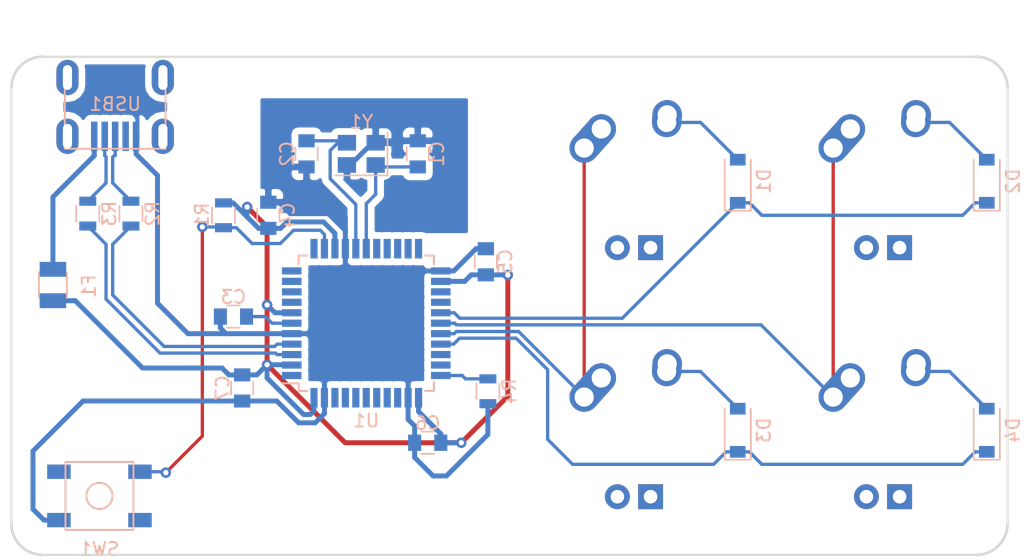
<source format=kicad_pcb>
(kicad_pcb (version 20171130) (host pcbnew "(5.0.0)")

  (general
    (thickness 1.6)
    (drawings 8)
    (tracks 210)
    (zones 0)
    (modules 24)
    (nets 52)
  )

  (page A4)
  (layers
    (0 F.Cu signal)
    (31 B.Cu signal)
    (32 B.Adhes user)
    (33 F.Adhes user)
    (34 B.Paste user)
    (35 F.Paste user)
    (36 B.SilkS user)
    (37 F.SilkS user)
    (38 B.Mask user)
    (39 F.Mask user)
    (40 Dwgs.User user)
    (41 Cmts.User user)
    (42 Eco1.User user)
    (43 Eco2.User user)
    (44 Edge.Cuts user)
    (45 Margin user)
    (46 B.CrtYd user)
    (47 F.CrtYd user)
    (48 B.Fab user)
    (49 F.Fab user)
  )

  (setup
    (last_trace_width 0.254)
    (trace_clearance 0.2)
    (zone_clearance 0.508)
    (zone_45_only no)
    (trace_min 0.2)
    (segment_width 0.2)
    (edge_width 0.15)
    (via_size 0.8)
    (via_drill 0.4)
    (via_min_size 0.4)
    (via_min_drill 0.3)
    (uvia_size 0.3)
    (uvia_drill 0.1)
    (uvias_allowed no)
    (uvia_min_size 0.2)
    (uvia_min_drill 0.1)
    (pcb_text_width 0.3)
    (pcb_text_size 1.5 1.5)
    (mod_edge_width 0.15)
    (mod_text_size 1 1)
    (mod_text_width 0.15)
    (pad_size 1.524 1.524)
    (pad_drill 0.762)
    (pad_to_mask_clearance 0.2)
    (aux_axis_origin 0 0)
    (visible_elements FFFFFF7F)
    (pcbplotparams
      (layerselection 0x010fc_ffffffff)
      (usegerberextensions false)
      (usegerberattributes false)
      (usegerberadvancedattributes false)
      (creategerberjobfile false)
      (excludeedgelayer true)
      (linewidth 0.100000)
      (plotframeref false)
      (viasonmask false)
      (mode 1)
      (useauxorigin false)
      (hpglpennumber 1)
      (hpglpenspeed 20)
      (hpglpendiameter 15.000000)
      (psnegative false)
      (psa4output false)
      (plotreference true)
      (plotvalue true)
      (plotinvisibletext false)
      (padsonsilk false)
      (subtractmaskfromsilk false)
      (outputformat 1)
      (mirror false)
      (drillshape 1)
      (scaleselection 1)
      (outputdirectory ""))
  )

  (net 0 "")
  (net 1 "Net-(C1-Pad1)")
  (net 2 GND)
  (net 3 "Net-(C2-Pad1)")
  (net 4 "Net-(C3-Pad1)")
  (net 5 +5V)
  (net 6 ROW0)
  (net 7 "Net-(D1-Pad2)")
  (net 8 "Net-(D2-Pad2)")
  (net 9 ROW1)
  (net 10 "Net-(D3-Pad2)")
  (net 11 "Net-(D4-Pad2)")
  (net 12 VCC)
  (net 13 "Net-(MX1-Pad4)")
  (net 14 "Net-(MX1-Pad3)")
  (net 15 COL0)
  (net 16 COL1)
  (net 17 "Net-(MX2-Pad3)")
  (net 18 "Net-(MX2-Pad4)")
  (net 19 "Net-(MX3-Pad4)")
  (net 20 "Net-(MX3-Pad3)")
  (net 21 "Net-(MX4-Pad3)")
  (net 22 "Net-(MX4-Pad4)")
  (net 23 "Net-(R1-Pad2)")
  (net 24 "Net-(R2-Pad1)")
  (net 25 D+)
  (net 26 D-)
  (net 27 "Net-(R3-Pad1)")
  (net 28 "Net-(R4-Pad2)")
  (net 29 "Net-(U1-Pad42)")
  (net 30 "Net-(U1-Pad41)")
  (net 31 "Net-(U1-Pad40)")
  (net 32 "Net-(U1-Pad39)")
  (net 33 "Net-(U1-Pad38)")
  (net 34 "Net-(U1-Pad37)")
  (net 35 "Net-(U1-Pad36)")
  (net 36 "Net-(U1-Pad32)")
  (net 37 "Net-(U1-Pad31)")
  (net 38 "Net-(U1-Pad26)")
  (net 39 "Net-(U1-Pad25)")
  (net 40 "Net-(U1-Pad22)")
  (net 41 "Net-(U1-Pad21)")
  (net 42 "Net-(U1-Pad20)")
  (net 43 "Net-(U1-Pad19)")
  (net 44 "Net-(U1-Pad18)")
  (net 45 "Net-(U1-Pad12)")
  (net 46 "Net-(U1-Pad11)")
  (net 47 "Net-(U1-Pad10)")
  (net 48 "Net-(U1-Pad9)")
  (net 49 "Net-(U1-Pad8)")
  (net 50 "Net-(U1-Pad1)")
  (net 51 "Net-(USB1-Pad2)")

  (net_class Default "This is the default net class."
    (clearance 0.2)
    (trace_width 0.254)
    (via_dia 0.8)
    (via_drill 0.4)
    (uvia_dia 0.3)
    (uvia_drill 0.1)
    (add_net COL0)
    (add_net COL1)
    (add_net D+)
    (add_net D-)
    (add_net "Net-(C1-Pad1)")
    (add_net "Net-(C2-Pad1)")
    (add_net "Net-(C3-Pad1)")
    (add_net "Net-(D1-Pad2)")
    (add_net "Net-(D2-Pad2)")
    (add_net "Net-(D3-Pad2)")
    (add_net "Net-(D4-Pad2)")
    (add_net "Net-(MX1-Pad3)")
    (add_net "Net-(MX1-Pad4)")
    (add_net "Net-(MX2-Pad3)")
    (add_net "Net-(MX2-Pad4)")
    (add_net "Net-(MX3-Pad3)")
    (add_net "Net-(MX3-Pad4)")
    (add_net "Net-(MX4-Pad3)")
    (add_net "Net-(MX4-Pad4)")
    (add_net "Net-(R1-Pad2)")
    (add_net "Net-(R2-Pad1)")
    (add_net "Net-(R3-Pad1)")
    (add_net "Net-(R4-Pad2)")
    (add_net "Net-(U1-Pad1)")
    (add_net "Net-(U1-Pad10)")
    (add_net "Net-(U1-Pad11)")
    (add_net "Net-(U1-Pad12)")
    (add_net "Net-(U1-Pad18)")
    (add_net "Net-(U1-Pad19)")
    (add_net "Net-(U1-Pad20)")
    (add_net "Net-(U1-Pad21)")
    (add_net "Net-(U1-Pad22)")
    (add_net "Net-(U1-Pad25)")
    (add_net "Net-(U1-Pad26)")
    (add_net "Net-(U1-Pad31)")
    (add_net "Net-(U1-Pad32)")
    (add_net "Net-(U1-Pad36)")
    (add_net "Net-(U1-Pad37)")
    (add_net "Net-(U1-Pad38)")
    (add_net "Net-(U1-Pad39)")
    (add_net "Net-(U1-Pad40)")
    (add_net "Net-(U1-Pad41)")
    (add_net "Net-(U1-Pad42)")
    (add_net "Net-(U1-Pad8)")
    (add_net "Net-(U1-Pad9)")
    (add_net "Net-(USB1-Pad2)")
    (add_net ROW0)
    (add_net ROW1)
  )

  (net_class Power ""
    (clearance 0.2)
    (trace_width 0.381)
    (via_dia 0.8)
    (via_drill 0.4)
    (uvia_dia 0.3)
    (uvia_drill 0.1)
    (add_net +5V)
    (add_net GND)
    (add_net VCC)
  )

  (module Capacitors_SMD:C_0805 (layer B.Cu) (tedit 58AA8463) (tstamp 5C346F4D)
    (at 62.83325 69.342 90)
    (descr "Capacitor SMD 0805, reflow soldering, AVX (see smccp.pdf)")
    (tags "capacitor 0805")
    (path /5C341D22)
    (attr smd)
    (fp_text reference C1 (at 0 1.5 90) (layer B.SilkS)
      (effects (font (size 1 1) (thickness 0.15)) (justify mirror))
    )
    (fp_text value 22pF (at 0 -1.75 90) (layer B.Fab)
      (effects (font (size 1 1) (thickness 0.15)) (justify mirror))
    )
    (fp_text user %R (at 0 1.5 90) (layer B.Fab)
      (effects (font (size 1 1) (thickness 0.15)) (justify mirror))
    )
    (fp_line (start -1 -0.62) (end -1 0.62) (layer B.Fab) (width 0.1))
    (fp_line (start 1 -0.62) (end -1 -0.62) (layer B.Fab) (width 0.1))
    (fp_line (start 1 0.62) (end 1 -0.62) (layer B.Fab) (width 0.1))
    (fp_line (start -1 0.62) (end 1 0.62) (layer B.Fab) (width 0.1))
    (fp_line (start 0.5 0.85) (end -0.5 0.85) (layer B.SilkS) (width 0.12))
    (fp_line (start -0.5 -0.85) (end 0.5 -0.85) (layer B.SilkS) (width 0.12))
    (fp_line (start -1.75 0.88) (end 1.75 0.88) (layer B.CrtYd) (width 0.05))
    (fp_line (start -1.75 0.88) (end -1.75 -0.87) (layer B.CrtYd) (width 0.05))
    (fp_line (start 1.75 -0.87) (end 1.75 0.88) (layer B.CrtYd) (width 0.05))
    (fp_line (start 1.75 -0.87) (end -1.75 -0.87) (layer B.CrtYd) (width 0.05))
    (pad 1 smd rect (at -1 0 90) (size 1 1.25) (layers B.Cu B.Paste B.Mask)
      (net 1 "Net-(C1-Pad1)"))
    (pad 2 smd rect (at 1 0 90) (size 1 1.25) (layers B.Cu B.Paste B.Mask)
      (net 2 GND))
    (model Capacitors_SMD.3dshapes/C_0805.wrl
      (at (xyz 0 0 0))
      (scale (xyz 1 1 1))
      (rotate (xyz 0 0 0))
    )
  )

  (module Capacitors_SMD:C_0805 (layer B.Cu) (tedit 58AA8463) (tstamp 5C346FAD)
    (at 54.32425 69.342 270)
    (descr "Capacitor SMD 0805, reflow soldering, AVX (see smccp.pdf)")
    (tags "capacitor 0805")
    (path /5C341D98)
    (attr smd)
    (fp_text reference C2 (at 0 1.5 270) (layer B.SilkS)
      (effects (font (size 1 1) (thickness 0.15)) (justify mirror))
    )
    (fp_text value 22pF (at 0 -1.75 270) (layer B.Fab)
      (effects (font (size 1 1) (thickness 0.15)) (justify mirror))
    )
    (fp_line (start 1.75 -0.87) (end -1.75 -0.87) (layer B.CrtYd) (width 0.05))
    (fp_line (start 1.75 -0.87) (end 1.75 0.88) (layer B.CrtYd) (width 0.05))
    (fp_line (start -1.75 0.88) (end -1.75 -0.87) (layer B.CrtYd) (width 0.05))
    (fp_line (start -1.75 0.88) (end 1.75 0.88) (layer B.CrtYd) (width 0.05))
    (fp_line (start -0.5 -0.85) (end 0.5 -0.85) (layer B.SilkS) (width 0.12))
    (fp_line (start 0.5 0.85) (end -0.5 0.85) (layer B.SilkS) (width 0.12))
    (fp_line (start -1 0.62) (end 1 0.62) (layer B.Fab) (width 0.1))
    (fp_line (start 1 0.62) (end 1 -0.62) (layer B.Fab) (width 0.1))
    (fp_line (start 1 -0.62) (end -1 -0.62) (layer B.Fab) (width 0.1))
    (fp_line (start -1 -0.62) (end -1 0.62) (layer B.Fab) (width 0.1))
    (fp_text user %R (at 0 1.5 270) (layer B.Fab)
      (effects (font (size 1 1) (thickness 0.15)) (justify mirror))
    )
    (pad 2 smd rect (at 1 0 270) (size 1 1.25) (layers B.Cu B.Paste B.Mask)
      (net 2 GND))
    (pad 1 smd rect (at -1 0 270) (size 1 1.25) (layers B.Cu B.Paste B.Mask)
      (net 3 "Net-(C2-Pad1)"))
    (model Capacitors_SMD.3dshapes/C_0805.wrl
      (at (xyz 0 0 0))
      (scale (xyz 1 1 1))
      (rotate (xyz 0 0 0))
    )
  )

  (module Capacitors_SMD:C_0805 (layer B.Cu) (tedit 58AA8463) (tstamp 5C346F7D)
    (at 48.73625 81.788 180)
    (descr "Capacitor SMD 0805, reflow soldering, AVX (see smccp.pdf)")
    (tags "capacitor 0805")
    (path /5C33FC0C)
    (attr smd)
    (fp_text reference C3 (at 0 1.5 180) (layer B.SilkS)
      (effects (font (size 1 1) (thickness 0.15)) (justify mirror))
    )
    (fp_text value 1uF (at 0 -1.75 180) (layer B.Fab)
      (effects (font (size 1 1) (thickness 0.15)) (justify mirror))
    )
    (fp_line (start 1.75 -0.87) (end -1.75 -0.87) (layer B.CrtYd) (width 0.05))
    (fp_line (start 1.75 -0.87) (end 1.75 0.88) (layer B.CrtYd) (width 0.05))
    (fp_line (start -1.75 0.88) (end -1.75 -0.87) (layer B.CrtYd) (width 0.05))
    (fp_line (start -1.75 0.88) (end 1.75 0.88) (layer B.CrtYd) (width 0.05))
    (fp_line (start -0.5 -0.85) (end 0.5 -0.85) (layer B.SilkS) (width 0.12))
    (fp_line (start 0.5 0.85) (end -0.5 0.85) (layer B.SilkS) (width 0.12))
    (fp_line (start -1 0.62) (end 1 0.62) (layer B.Fab) (width 0.1))
    (fp_line (start 1 0.62) (end 1 -0.62) (layer B.Fab) (width 0.1))
    (fp_line (start 1 -0.62) (end -1 -0.62) (layer B.Fab) (width 0.1))
    (fp_line (start -1 -0.62) (end -1 0.62) (layer B.Fab) (width 0.1))
    (fp_text user %R (at 0 1.5 180) (layer B.Fab)
      (effects (font (size 1 1) (thickness 0.15)) (justify mirror))
    )
    (pad 2 smd rect (at 1 0 180) (size 1 1.25) (layers B.Cu B.Paste B.Mask)
      (net 2 GND))
    (pad 1 smd rect (at -1 0 180) (size 1 1.25) (layers B.Cu B.Paste B.Mask)
      (net 4 "Net-(C3-Pad1)"))
    (model Capacitors_SMD.3dshapes/C_0805.wrl
      (at (xyz 0 0 0))
      (scale (xyz 1 1 1))
      (rotate (xyz 0 0 0))
    )
  )

  (module Capacitors_SMD:C_0805 (layer B.Cu) (tedit 58AA8463) (tstamp 5C346E84)
    (at 51.40325 74.041 90)
    (descr "Capacitor SMD 0805, reflow soldering, AVX (see smccp.pdf)")
    (tags "capacitor 0805")
    (path /5C3401A2)
    (attr smd)
    (fp_text reference C4 (at 0 1.5 90) (layer B.SilkS)
      (effects (font (size 1 1) (thickness 0.15)) (justify mirror))
    )
    (fp_text value 0.1uF (at 0 -1.75 90) (layer B.Fab)
      (effects (font (size 1 1) (thickness 0.15)) (justify mirror))
    )
    (fp_line (start 1.75 -0.87) (end -1.75 -0.87) (layer B.CrtYd) (width 0.05))
    (fp_line (start 1.75 -0.87) (end 1.75 0.88) (layer B.CrtYd) (width 0.05))
    (fp_line (start -1.75 0.88) (end -1.75 -0.87) (layer B.CrtYd) (width 0.05))
    (fp_line (start -1.75 0.88) (end 1.75 0.88) (layer B.CrtYd) (width 0.05))
    (fp_line (start -0.5 -0.85) (end 0.5 -0.85) (layer B.SilkS) (width 0.12))
    (fp_line (start 0.5 0.85) (end -0.5 0.85) (layer B.SilkS) (width 0.12))
    (fp_line (start -1 0.62) (end 1 0.62) (layer B.Fab) (width 0.1))
    (fp_line (start 1 0.62) (end 1 -0.62) (layer B.Fab) (width 0.1))
    (fp_line (start 1 -0.62) (end -1 -0.62) (layer B.Fab) (width 0.1))
    (fp_line (start -1 -0.62) (end -1 0.62) (layer B.Fab) (width 0.1))
    (fp_text user %R (at 0 1.5 90) (layer B.Fab)
      (effects (font (size 1 1) (thickness 0.15)) (justify mirror))
    )
    (pad 2 smd rect (at 1 0 90) (size 1 1.25) (layers B.Cu B.Paste B.Mask)
      (net 2 GND))
    (pad 1 smd rect (at -1 0 90) (size 1 1.25) (layers B.Cu B.Paste B.Mask)
      (net 5 +5V))
    (model Capacitors_SMD.3dshapes/C_0805.wrl
      (at (xyz 0 0 0))
      (scale (xyz 1 1 1))
      (rotate (xyz 0 0 0))
    )
  )

  (module Capacitors_SMD:C_0805 (layer B.Cu) (tedit 58AA8463) (tstamp 5C346D8E)
    (at 68.04025 77.597 90)
    (descr "Capacitor SMD 0805, reflow soldering, AVX (see smccp.pdf)")
    (tags "capacitor 0805")
    (path /5C340030)
    (attr smd)
    (fp_text reference C5 (at 0 1.5 90) (layer B.SilkS)
      (effects (font (size 1 1) (thickness 0.15)) (justify mirror))
    )
    (fp_text value 0.1uF (at 0 -1.75 90) (layer B.Fab)
      (effects (font (size 1 1) (thickness 0.15)) (justify mirror))
    )
    (fp_text user %R (at 0 1.5 90) (layer B.Fab)
      (effects (font (size 1 1) (thickness 0.15)) (justify mirror))
    )
    (fp_line (start -1 -0.62) (end -1 0.62) (layer B.Fab) (width 0.1))
    (fp_line (start 1 -0.62) (end -1 -0.62) (layer B.Fab) (width 0.1))
    (fp_line (start 1 0.62) (end 1 -0.62) (layer B.Fab) (width 0.1))
    (fp_line (start -1 0.62) (end 1 0.62) (layer B.Fab) (width 0.1))
    (fp_line (start 0.5 0.85) (end -0.5 0.85) (layer B.SilkS) (width 0.12))
    (fp_line (start -0.5 -0.85) (end 0.5 -0.85) (layer B.SilkS) (width 0.12))
    (fp_line (start -1.75 0.88) (end 1.75 0.88) (layer B.CrtYd) (width 0.05))
    (fp_line (start -1.75 0.88) (end -1.75 -0.87) (layer B.CrtYd) (width 0.05))
    (fp_line (start 1.75 -0.87) (end 1.75 0.88) (layer B.CrtYd) (width 0.05))
    (fp_line (start 1.75 -0.87) (end -1.75 -0.87) (layer B.CrtYd) (width 0.05))
    (pad 1 smd rect (at -1 0 90) (size 1 1.25) (layers B.Cu B.Paste B.Mask)
      (net 5 +5V))
    (pad 2 smd rect (at 1 0 90) (size 1 1.25) (layers B.Cu B.Paste B.Mask)
      (net 2 GND))
    (model Capacitors_SMD.3dshapes/C_0805.wrl
      (at (xyz 0 0 0))
      (scale (xyz 1 1 1))
      (rotate (xyz 0 0 0))
    )
  )

  (module Capacitors_SMD:C_0805 (layer B.Cu) (tedit 58AA8463) (tstamp 5C346EED)
    (at 63.59525 91.44 180)
    (descr "Capacitor SMD 0805, reflow soldering, AVX (see smccp.pdf)")
    (tags "capacitor 0805")
    (path /5C340116)
    (attr smd)
    (fp_text reference C6 (at 0 1.5 180) (layer B.SilkS)
      (effects (font (size 1 1) (thickness 0.15)) (justify mirror))
    )
    (fp_text value 0.1uF (at 0 -1.75 180) (layer B.Fab)
      (effects (font (size 1 1) (thickness 0.15)) (justify mirror))
    )
    (fp_line (start 1.75 -0.87) (end -1.75 -0.87) (layer B.CrtYd) (width 0.05))
    (fp_line (start 1.75 -0.87) (end 1.75 0.88) (layer B.CrtYd) (width 0.05))
    (fp_line (start -1.75 0.88) (end -1.75 -0.87) (layer B.CrtYd) (width 0.05))
    (fp_line (start -1.75 0.88) (end 1.75 0.88) (layer B.CrtYd) (width 0.05))
    (fp_line (start -0.5 -0.85) (end 0.5 -0.85) (layer B.SilkS) (width 0.12))
    (fp_line (start 0.5 0.85) (end -0.5 0.85) (layer B.SilkS) (width 0.12))
    (fp_line (start -1 0.62) (end 1 0.62) (layer B.Fab) (width 0.1))
    (fp_line (start 1 0.62) (end 1 -0.62) (layer B.Fab) (width 0.1))
    (fp_line (start 1 -0.62) (end -1 -0.62) (layer B.Fab) (width 0.1))
    (fp_line (start -1 -0.62) (end -1 0.62) (layer B.Fab) (width 0.1))
    (fp_text user %R (at 0 1.5 180) (layer B.Fab)
      (effects (font (size 1 1) (thickness 0.15)) (justify mirror))
    )
    (pad 2 smd rect (at 1 0 180) (size 1 1.25) (layers B.Cu B.Paste B.Mask)
      (net 2 GND))
    (pad 1 smd rect (at -1 0 180) (size 1 1.25) (layers B.Cu B.Paste B.Mask)
      (net 5 +5V))
    (model Capacitors_SMD.3dshapes/C_0805.wrl
      (at (xyz 0 0 0))
      (scale (xyz 1 1 1))
      (rotate (xyz 0 0 0))
    )
  )

  (module Capacitors_SMD:C_0805 (layer B.Cu) (tedit 58AA8463) (tstamp 5C346D5E)
    (at 49.403 87.249 270)
    (descr "Capacitor SMD 0805, reflow soldering, AVX (see smccp.pdf)")
    (tags "capacitor 0805")
    (path /5C340158)
    (attr smd)
    (fp_text reference C7 (at 0 1.5 270) (layer B.SilkS)
      (effects (font (size 1 1) (thickness 0.15)) (justify mirror))
    )
    (fp_text value 10uF (at 0 -1.75 270) (layer B.Fab)
      (effects (font (size 1 1) (thickness 0.15)) (justify mirror))
    )
    (fp_text user %R (at 0 1.5 270) (layer B.Fab)
      (effects (font (size 1 1) (thickness 0.15)) (justify mirror))
    )
    (fp_line (start -1 -0.62) (end -1 0.62) (layer B.Fab) (width 0.1))
    (fp_line (start 1 -0.62) (end -1 -0.62) (layer B.Fab) (width 0.1))
    (fp_line (start 1 0.62) (end 1 -0.62) (layer B.Fab) (width 0.1))
    (fp_line (start -1 0.62) (end 1 0.62) (layer B.Fab) (width 0.1))
    (fp_line (start 0.5 0.85) (end -0.5 0.85) (layer B.SilkS) (width 0.12))
    (fp_line (start -0.5 -0.85) (end 0.5 -0.85) (layer B.SilkS) (width 0.12))
    (fp_line (start -1.75 0.88) (end 1.75 0.88) (layer B.CrtYd) (width 0.05))
    (fp_line (start -1.75 0.88) (end -1.75 -0.87) (layer B.CrtYd) (width 0.05))
    (fp_line (start 1.75 -0.87) (end 1.75 0.88) (layer B.CrtYd) (width 0.05))
    (fp_line (start 1.75 -0.87) (end -1.75 -0.87) (layer B.CrtYd) (width 0.05))
    (pad 1 smd rect (at -1 0 270) (size 1 1.25) (layers B.Cu B.Paste B.Mask)
      (net 5 +5V))
    (pad 2 smd rect (at 1 0 270) (size 1 1.25) (layers B.Cu B.Paste B.Mask)
      (net 2 GND))
    (model Capacitors_SMD.3dshapes/C_0805.wrl
      (at (xyz 0 0 0))
      (scale (xyz 1 1 1))
      (rotate (xyz 0 0 0))
    )
  )

  (module Diodes_SMD:D_SOD-123 (layer B.Cu) (tedit 58645DC7) (tstamp 5C3453CA)
    (at 87.3125 71.4375 90)
    (descr SOD-123)
    (tags SOD-123)
    (path /5C34B4DF)
    (attr smd)
    (fp_text reference D1 (at 0 2 90) (layer B.SilkS)
      (effects (font (size 1 1) (thickness 0.15)) (justify mirror))
    )
    (fp_text value SOD-123 (at 0 -2.1 90) (layer B.Fab)
      (effects (font (size 1 1) (thickness 0.15)) (justify mirror))
    )
    (fp_text user %R (at 0 2 90) (layer B.Fab)
      (effects (font (size 1 1) (thickness 0.15)) (justify mirror))
    )
    (fp_line (start -2.25 1) (end -2.25 -1) (layer B.SilkS) (width 0.12))
    (fp_line (start 0.25 0) (end 0.75 0) (layer B.Fab) (width 0.1))
    (fp_line (start 0.25 -0.4) (end -0.35 0) (layer B.Fab) (width 0.1))
    (fp_line (start 0.25 0.4) (end 0.25 -0.4) (layer B.Fab) (width 0.1))
    (fp_line (start -0.35 0) (end 0.25 0.4) (layer B.Fab) (width 0.1))
    (fp_line (start -0.35 0) (end -0.35 -0.55) (layer B.Fab) (width 0.1))
    (fp_line (start -0.35 0) (end -0.35 0.55) (layer B.Fab) (width 0.1))
    (fp_line (start -0.75 0) (end -0.35 0) (layer B.Fab) (width 0.1))
    (fp_line (start -1.4 -0.9) (end -1.4 0.9) (layer B.Fab) (width 0.1))
    (fp_line (start 1.4 -0.9) (end -1.4 -0.9) (layer B.Fab) (width 0.1))
    (fp_line (start 1.4 0.9) (end 1.4 -0.9) (layer B.Fab) (width 0.1))
    (fp_line (start -1.4 0.9) (end 1.4 0.9) (layer B.Fab) (width 0.1))
    (fp_line (start -2.35 1.15) (end 2.35 1.15) (layer B.CrtYd) (width 0.05))
    (fp_line (start 2.35 1.15) (end 2.35 -1.15) (layer B.CrtYd) (width 0.05))
    (fp_line (start 2.35 -1.15) (end -2.35 -1.15) (layer B.CrtYd) (width 0.05))
    (fp_line (start -2.35 1.15) (end -2.35 -1.15) (layer B.CrtYd) (width 0.05))
    (fp_line (start -2.25 -1) (end 1.65 -1) (layer B.SilkS) (width 0.12))
    (fp_line (start -2.25 1) (end 1.65 1) (layer B.SilkS) (width 0.12))
    (pad 1 smd rect (at -1.65 0 90) (size 0.9 1.2) (layers B.Cu B.Paste B.Mask)
      (net 6 ROW0))
    (pad 2 smd rect (at 1.65 0 90) (size 0.9 1.2) (layers B.Cu B.Paste B.Mask)
      (net 7 "Net-(D1-Pad2)"))
    (model ${KISYS3DMOD}/Diodes_SMD.3dshapes/D_SOD-123.wrl
      (at (xyz 0 0 0))
      (scale (xyz 1 1 1))
      (rotate (xyz 0 0 0))
    )
  )

  (module Diodes_SMD:D_SOD-123 (layer B.Cu) (tedit 58645DC7) (tstamp 5C3453E3)
    (at 106.3625 71.4375 90)
    (descr SOD-123)
    (tags SOD-123)
    (path /5C34C4A3)
    (attr smd)
    (fp_text reference D2 (at 0 2 90) (layer B.SilkS)
      (effects (font (size 1 1) (thickness 0.15)) (justify mirror))
    )
    (fp_text value SOD-123 (at 0 -2.1 90) (layer B.Fab)
      (effects (font (size 1 1) (thickness 0.15)) (justify mirror))
    )
    (fp_line (start -2.25 1) (end 1.65 1) (layer B.SilkS) (width 0.12))
    (fp_line (start -2.25 -1) (end 1.65 -1) (layer B.SilkS) (width 0.12))
    (fp_line (start -2.35 1.15) (end -2.35 -1.15) (layer B.CrtYd) (width 0.05))
    (fp_line (start 2.35 -1.15) (end -2.35 -1.15) (layer B.CrtYd) (width 0.05))
    (fp_line (start 2.35 1.15) (end 2.35 -1.15) (layer B.CrtYd) (width 0.05))
    (fp_line (start -2.35 1.15) (end 2.35 1.15) (layer B.CrtYd) (width 0.05))
    (fp_line (start -1.4 0.9) (end 1.4 0.9) (layer B.Fab) (width 0.1))
    (fp_line (start 1.4 0.9) (end 1.4 -0.9) (layer B.Fab) (width 0.1))
    (fp_line (start 1.4 -0.9) (end -1.4 -0.9) (layer B.Fab) (width 0.1))
    (fp_line (start -1.4 -0.9) (end -1.4 0.9) (layer B.Fab) (width 0.1))
    (fp_line (start -0.75 0) (end -0.35 0) (layer B.Fab) (width 0.1))
    (fp_line (start -0.35 0) (end -0.35 0.55) (layer B.Fab) (width 0.1))
    (fp_line (start -0.35 0) (end -0.35 -0.55) (layer B.Fab) (width 0.1))
    (fp_line (start -0.35 0) (end 0.25 0.4) (layer B.Fab) (width 0.1))
    (fp_line (start 0.25 0.4) (end 0.25 -0.4) (layer B.Fab) (width 0.1))
    (fp_line (start 0.25 -0.4) (end -0.35 0) (layer B.Fab) (width 0.1))
    (fp_line (start 0.25 0) (end 0.75 0) (layer B.Fab) (width 0.1))
    (fp_line (start -2.25 1) (end -2.25 -1) (layer B.SilkS) (width 0.12))
    (fp_text user %R (at 0 2 90) (layer B.Fab)
      (effects (font (size 1 1) (thickness 0.15)) (justify mirror))
    )
    (pad 2 smd rect (at 1.65 0 90) (size 0.9 1.2) (layers B.Cu B.Paste B.Mask)
      (net 8 "Net-(D2-Pad2)"))
    (pad 1 smd rect (at -1.65 0 90) (size 0.9 1.2) (layers B.Cu B.Paste B.Mask)
      (net 6 ROW0))
    (model ${KISYS3DMOD}/Diodes_SMD.3dshapes/D_SOD-123.wrl
      (at (xyz 0 0 0))
      (scale (xyz 1 1 1))
      (rotate (xyz 0 0 0))
    )
  )

  (module Diodes_SMD:D_SOD-123 (layer B.Cu) (tedit 58645DC7) (tstamp 5C3453FC)
    (at 87.3125 90.4875 90)
    (descr SOD-123)
    (tags SOD-123)
    (path /5C34D1FF)
    (attr smd)
    (fp_text reference D3 (at 0 2 90) (layer B.SilkS)
      (effects (font (size 1 1) (thickness 0.15)) (justify mirror))
    )
    (fp_text value SOD-123 (at 0 -2.1 90) (layer B.Fab)
      (effects (font (size 1 1) (thickness 0.15)) (justify mirror))
    )
    (fp_text user %R (at 0 2 90) (layer B.Fab)
      (effects (font (size 1 1) (thickness 0.15)) (justify mirror))
    )
    (fp_line (start -2.25 1) (end -2.25 -1) (layer B.SilkS) (width 0.12))
    (fp_line (start 0.25 0) (end 0.75 0) (layer B.Fab) (width 0.1))
    (fp_line (start 0.25 -0.4) (end -0.35 0) (layer B.Fab) (width 0.1))
    (fp_line (start 0.25 0.4) (end 0.25 -0.4) (layer B.Fab) (width 0.1))
    (fp_line (start -0.35 0) (end 0.25 0.4) (layer B.Fab) (width 0.1))
    (fp_line (start -0.35 0) (end -0.35 -0.55) (layer B.Fab) (width 0.1))
    (fp_line (start -0.35 0) (end -0.35 0.55) (layer B.Fab) (width 0.1))
    (fp_line (start -0.75 0) (end -0.35 0) (layer B.Fab) (width 0.1))
    (fp_line (start -1.4 -0.9) (end -1.4 0.9) (layer B.Fab) (width 0.1))
    (fp_line (start 1.4 -0.9) (end -1.4 -0.9) (layer B.Fab) (width 0.1))
    (fp_line (start 1.4 0.9) (end 1.4 -0.9) (layer B.Fab) (width 0.1))
    (fp_line (start -1.4 0.9) (end 1.4 0.9) (layer B.Fab) (width 0.1))
    (fp_line (start -2.35 1.15) (end 2.35 1.15) (layer B.CrtYd) (width 0.05))
    (fp_line (start 2.35 1.15) (end 2.35 -1.15) (layer B.CrtYd) (width 0.05))
    (fp_line (start 2.35 -1.15) (end -2.35 -1.15) (layer B.CrtYd) (width 0.05))
    (fp_line (start -2.35 1.15) (end -2.35 -1.15) (layer B.CrtYd) (width 0.05))
    (fp_line (start -2.25 -1) (end 1.65 -1) (layer B.SilkS) (width 0.12))
    (fp_line (start -2.25 1) (end 1.65 1) (layer B.SilkS) (width 0.12))
    (pad 1 smd rect (at -1.65 0 90) (size 0.9 1.2) (layers B.Cu B.Paste B.Mask)
      (net 9 ROW1))
    (pad 2 smd rect (at 1.65 0 90) (size 0.9 1.2) (layers B.Cu B.Paste B.Mask)
      (net 10 "Net-(D3-Pad2)"))
    (model ${KISYS3DMOD}/Diodes_SMD.3dshapes/D_SOD-123.wrl
      (at (xyz 0 0 0))
      (scale (xyz 1 1 1))
      (rotate (xyz 0 0 0))
    )
  )

  (module Diodes_SMD:D_SOD-123 (layer B.Cu) (tedit 58645DC7) (tstamp 5C345415)
    (at 106.3625 90.4875 90)
    (descr SOD-123)
    (tags SOD-123)
    (path /5C34D20E)
    (attr smd)
    (fp_text reference D4 (at 0 2 90) (layer B.SilkS)
      (effects (font (size 1 1) (thickness 0.15)) (justify mirror))
    )
    (fp_text value SOD-123 (at 0 -2.1 90) (layer B.Fab)
      (effects (font (size 1 1) (thickness 0.15)) (justify mirror))
    )
    (fp_line (start -2.25 1) (end 1.65 1) (layer B.SilkS) (width 0.12))
    (fp_line (start -2.25 -1) (end 1.65 -1) (layer B.SilkS) (width 0.12))
    (fp_line (start -2.35 1.15) (end -2.35 -1.15) (layer B.CrtYd) (width 0.05))
    (fp_line (start 2.35 -1.15) (end -2.35 -1.15) (layer B.CrtYd) (width 0.05))
    (fp_line (start 2.35 1.15) (end 2.35 -1.15) (layer B.CrtYd) (width 0.05))
    (fp_line (start -2.35 1.15) (end 2.35 1.15) (layer B.CrtYd) (width 0.05))
    (fp_line (start -1.4 0.9) (end 1.4 0.9) (layer B.Fab) (width 0.1))
    (fp_line (start 1.4 0.9) (end 1.4 -0.9) (layer B.Fab) (width 0.1))
    (fp_line (start 1.4 -0.9) (end -1.4 -0.9) (layer B.Fab) (width 0.1))
    (fp_line (start -1.4 -0.9) (end -1.4 0.9) (layer B.Fab) (width 0.1))
    (fp_line (start -0.75 0) (end -0.35 0) (layer B.Fab) (width 0.1))
    (fp_line (start -0.35 0) (end -0.35 0.55) (layer B.Fab) (width 0.1))
    (fp_line (start -0.35 0) (end -0.35 -0.55) (layer B.Fab) (width 0.1))
    (fp_line (start -0.35 0) (end 0.25 0.4) (layer B.Fab) (width 0.1))
    (fp_line (start 0.25 0.4) (end 0.25 -0.4) (layer B.Fab) (width 0.1))
    (fp_line (start 0.25 -0.4) (end -0.35 0) (layer B.Fab) (width 0.1))
    (fp_line (start 0.25 0) (end 0.75 0) (layer B.Fab) (width 0.1))
    (fp_line (start -2.25 1) (end -2.25 -1) (layer B.SilkS) (width 0.12))
    (fp_text user %R (at 0 2 90) (layer B.Fab)
      (effects (font (size 1 1) (thickness 0.15)) (justify mirror))
    )
    (pad 2 smd rect (at 1.65 0 90) (size 0.9 1.2) (layers B.Cu B.Paste B.Mask)
      (net 11 "Net-(D4-Pad2)"))
    (pad 1 smd rect (at -1.65 0 90) (size 0.9 1.2) (layers B.Cu B.Paste B.Mask)
      (net 9 ROW1))
    (model ${KISYS3DMOD}/Diodes_SMD.3dshapes/D_SOD-123.wrl
      (at (xyz 0 0 0))
      (scale (xyz 1 1 1))
      (rotate (xyz 0 0 0))
    )
  )

  (module Fuse_Holders_and_Fuses:Fuse_SMD1206_Reflow (layer B.Cu) (tedit 0) (tstamp 5C345425)
    (at 34.925 79.375 90)
    (descr "Fuse, Sicherung, SMD1206, Littlefuse-Wickmann, Reflow,")
    (tags "Fuse Sicherung SMD1206 Littlefuse-Wickmann Reflow ")
    (path /5C348279)
    (attr smd)
    (fp_text reference F1 (at -0.1 2.75 90) (layer B.SilkS)
      (effects (font (size 1 1) (thickness 0.15)) (justify mirror))
    )
    (fp_text value 500mA (at -0.45 -3.2 90) (layer B.Fab)
      (effects (font (size 1 1) (thickness 0.15)) (justify mirror))
    )
    (fp_line (start 2.47 -1.05) (end -2.47 -1.05) (layer B.CrtYd) (width 0.05))
    (fp_line (start 2.47 -1.05) (end 2.47 1.05) (layer B.CrtYd) (width 0.05))
    (fp_line (start -2.47 1.05) (end -2.47 -1.05) (layer B.CrtYd) (width 0.05))
    (fp_line (start -2.47 1.05) (end 2.47 1.05) (layer B.CrtYd) (width 0.05))
    (fp_line (start -1 1.07) (end 1 1.07) (layer B.SilkS) (width 0.12))
    (fp_line (start 1 -1.07) (end -1 -1.07) (layer B.SilkS) (width 0.12))
    (fp_line (start -1.6 0.8) (end 1.6 0.8) (layer B.Fab) (width 0.1))
    (fp_line (start 1.6 0.8) (end 1.6 -0.8) (layer B.Fab) (width 0.1))
    (fp_line (start 1.6 -0.8) (end -1.6 -0.8) (layer B.Fab) (width 0.1))
    (fp_line (start -1.6 -0.8) (end -1.6 0.8) (layer B.Fab) (width 0.1))
    (pad 2 smd rect (at 1.2 0) (size 2.03 1.14) (layers B.Cu B.Paste B.Mask)
      (net 12 VCC))
    (pad 1 smd rect (at -1.2 0) (size 2.03 1.14) (layers B.Cu B.Paste B.Mask)
      (net 5 +5V))
  )

  (module MX_Alps_Hybrid:MX-1U (layer F.Cu) (tedit 5A9F3A9A) (tstamp 5C34543E)
    (at 79.375 71.4375)
    (path /5C34B436)
    (fp_text reference MX1 (at 0 3.175) (layer Dwgs.User)
      (effects (font (size 1 1) (thickness 0.15)))
    )
    (fp_text value MX-1U (at 0 -7.9375) (layer Dwgs.User)
      (effects (font (size 1 1) (thickness 0.15)))
    )
    (fp_line (start -9.525 9.525) (end -9.525 -9.525) (layer Dwgs.User) (width 0.15))
    (fp_line (start 9.525 9.525) (end -9.525 9.525) (layer Dwgs.User) (width 0.15))
    (fp_line (start 9.525 -9.525) (end 9.525 9.525) (layer Dwgs.User) (width 0.15))
    (fp_line (start -9.525 -9.525) (end 9.525 -9.525) (layer Dwgs.User) (width 0.15))
    (fp_line (start -7 -7) (end -7 -5) (layer Dwgs.User) (width 0.15))
    (fp_line (start -5 -7) (end -7 -7) (layer Dwgs.User) (width 0.15))
    (fp_line (start -7 7) (end -5 7) (layer Dwgs.User) (width 0.15))
    (fp_line (start -7 5) (end -7 7) (layer Dwgs.User) (width 0.15))
    (fp_line (start 7 7) (end 7 5) (layer Dwgs.User) (width 0.15))
    (fp_line (start 5 7) (end 7 7) (layer Dwgs.User) (width 0.15))
    (fp_line (start 7 -7) (end 7 -5) (layer Dwgs.User) (width 0.15))
    (fp_line (start 5 -7) (end 7 -7) (layer Dwgs.User) (width 0.15))
    (pad "" np_thru_hole circle (at 5.08 0 48.0996) (size 1.75 1.75) (drill 1.75) (layers *.Cu *.Mask))
    (pad "" np_thru_hole circle (at -5.08 0 48.0996) (size 1.75 1.75) (drill 1.75) (layers *.Cu *.Mask))
    (pad 4 thru_hole rect (at 1.27 5.08) (size 1.905 1.905) (drill 1.04) (layers *.Cu B.Mask)
      (net 13 "Net-(MX1-Pad4)"))
    (pad 3 thru_hole circle (at -1.27 5.08) (size 1.905 1.905) (drill 1.04) (layers *.Cu B.Mask)
      (net 14 "Net-(MX1-Pad3)"))
    (pad 1 thru_hole circle (at -2.5 -4) (size 2.25 2.25) (drill 1.47) (layers *.Cu B.Mask)
      (net 15 COL0))
    (pad "" np_thru_hole circle (at 0 0) (size 3.9878 3.9878) (drill 3.9878) (layers *.Cu *.Mask))
    (pad 1 thru_hole oval (at -3.81 -2.54 48.0996) (size 4.211556 2.25) (drill 1.47 (offset 0.980778 0)) (layers *.Cu B.Mask)
      (net 15 COL0))
    (pad 2 thru_hole circle (at 2.54 -5.08) (size 2.25 2.25) (drill 1.47) (layers *.Cu B.Mask)
      (net 7 "Net-(D1-Pad2)"))
    (pad 2 thru_hole oval (at 2.5 -4.5 86.0548) (size 2.831378 2.25) (drill 1.47 (offset 0.290689 0)) (layers *.Cu B.Mask)
      (net 7 "Net-(D1-Pad2)"))
  )

  (module MX_Alps_Hybrid:MX-1U (layer F.Cu) (tedit 5A9F3A9A) (tstamp 5C345457)
    (at 98.425 71.4375)
    (path /5C34C49C)
    (fp_text reference MX2 (at 0 3.175) (layer Dwgs.User)
      (effects (font (size 1 1) (thickness 0.15)))
    )
    (fp_text value MX-1U (at 0 -7.9375) (layer Dwgs.User)
      (effects (font (size 1 1) (thickness 0.15)))
    )
    (fp_line (start 5 -7) (end 7 -7) (layer Dwgs.User) (width 0.15))
    (fp_line (start 7 -7) (end 7 -5) (layer Dwgs.User) (width 0.15))
    (fp_line (start 5 7) (end 7 7) (layer Dwgs.User) (width 0.15))
    (fp_line (start 7 7) (end 7 5) (layer Dwgs.User) (width 0.15))
    (fp_line (start -7 5) (end -7 7) (layer Dwgs.User) (width 0.15))
    (fp_line (start -7 7) (end -5 7) (layer Dwgs.User) (width 0.15))
    (fp_line (start -5 -7) (end -7 -7) (layer Dwgs.User) (width 0.15))
    (fp_line (start -7 -7) (end -7 -5) (layer Dwgs.User) (width 0.15))
    (fp_line (start -9.525 -9.525) (end 9.525 -9.525) (layer Dwgs.User) (width 0.15))
    (fp_line (start 9.525 -9.525) (end 9.525 9.525) (layer Dwgs.User) (width 0.15))
    (fp_line (start 9.525 9.525) (end -9.525 9.525) (layer Dwgs.User) (width 0.15))
    (fp_line (start -9.525 9.525) (end -9.525 -9.525) (layer Dwgs.User) (width 0.15))
    (pad 2 thru_hole oval (at 2.5 -4.5 86.0548) (size 2.831378 2.25) (drill 1.47 (offset 0.290689 0)) (layers *.Cu B.Mask)
      (net 8 "Net-(D2-Pad2)"))
    (pad 2 thru_hole circle (at 2.54 -5.08) (size 2.25 2.25) (drill 1.47) (layers *.Cu B.Mask)
      (net 8 "Net-(D2-Pad2)"))
    (pad 1 thru_hole oval (at -3.81 -2.54 48.0996) (size 4.211556 2.25) (drill 1.47 (offset 0.980778 0)) (layers *.Cu B.Mask)
      (net 16 COL1))
    (pad "" np_thru_hole circle (at 0 0) (size 3.9878 3.9878) (drill 3.9878) (layers *.Cu *.Mask))
    (pad 1 thru_hole circle (at -2.5 -4) (size 2.25 2.25) (drill 1.47) (layers *.Cu B.Mask)
      (net 16 COL1))
    (pad 3 thru_hole circle (at -1.27 5.08) (size 1.905 1.905) (drill 1.04) (layers *.Cu B.Mask)
      (net 17 "Net-(MX2-Pad3)"))
    (pad 4 thru_hole rect (at 1.27 5.08) (size 1.905 1.905) (drill 1.04) (layers *.Cu B.Mask)
      (net 18 "Net-(MX2-Pad4)"))
    (pad "" np_thru_hole circle (at -5.08 0 48.0996) (size 1.75 1.75) (drill 1.75) (layers *.Cu *.Mask))
    (pad "" np_thru_hole circle (at 5.08 0 48.0996) (size 1.75 1.75) (drill 1.75) (layers *.Cu *.Mask))
  )

  (module MX_Alps_Hybrid:MX-1U (layer F.Cu) (tedit 5A9F3A9A) (tstamp 5C345470)
    (at 79.375 90.4875)
    (path /5C34D1F8)
    (fp_text reference MX3 (at 0 3.175) (layer Dwgs.User)
      (effects (font (size 1 1) (thickness 0.15)))
    )
    (fp_text value MX-1U (at 0 -7.9375) (layer Dwgs.User)
      (effects (font (size 1 1) (thickness 0.15)))
    )
    (fp_line (start -9.525 9.525) (end -9.525 -9.525) (layer Dwgs.User) (width 0.15))
    (fp_line (start 9.525 9.525) (end -9.525 9.525) (layer Dwgs.User) (width 0.15))
    (fp_line (start 9.525 -9.525) (end 9.525 9.525) (layer Dwgs.User) (width 0.15))
    (fp_line (start -9.525 -9.525) (end 9.525 -9.525) (layer Dwgs.User) (width 0.15))
    (fp_line (start -7 -7) (end -7 -5) (layer Dwgs.User) (width 0.15))
    (fp_line (start -5 -7) (end -7 -7) (layer Dwgs.User) (width 0.15))
    (fp_line (start -7 7) (end -5 7) (layer Dwgs.User) (width 0.15))
    (fp_line (start -7 5) (end -7 7) (layer Dwgs.User) (width 0.15))
    (fp_line (start 7 7) (end 7 5) (layer Dwgs.User) (width 0.15))
    (fp_line (start 5 7) (end 7 7) (layer Dwgs.User) (width 0.15))
    (fp_line (start 7 -7) (end 7 -5) (layer Dwgs.User) (width 0.15))
    (fp_line (start 5 -7) (end 7 -7) (layer Dwgs.User) (width 0.15))
    (pad "" np_thru_hole circle (at 5.08 0 48.0996) (size 1.75 1.75) (drill 1.75) (layers *.Cu *.Mask))
    (pad "" np_thru_hole circle (at -5.08 0 48.0996) (size 1.75 1.75) (drill 1.75) (layers *.Cu *.Mask))
    (pad 4 thru_hole rect (at 1.27 5.08) (size 1.905 1.905) (drill 1.04) (layers *.Cu B.Mask)
      (net 19 "Net-(MX3-Pad4)"))
    (pad 3 thru_hole circle (at -1.27 5.08) (size 1.905 1.905) (drill 1.04) (layers *.Cu B.Mask)
      (net 20 "Net-(MX3-Pad3)"))
    (pad 1 thru_hole circle (at -2.5 -4) (size 2.25 2.25) (drill 1.47) (layers *.Cu B.Mask)
      (net 15 COL0))
    (pad "" np_thru_hole circle (at 0 0) (size 3.9878 3.9878) (drill 3.9878) (layers *.Cu *.Mask))
    (pad 1 thru_hole oval (at -3.81 -2.54 48.0996) (size 4.211556 2.25) (drill 1.47 (offset 0.980778 0)) (layers *.Cu B.Mask)
      (net 15 COL0))
    (pad 2 thru_hole circle (at 2.54 -5.08) (size 2.25 2.25) (drill 1.47) (layers *.Cu B.Mask)
      (net 10 "Net-(D3-Pad2)"))
    (pad 2 thru_hole oval (at 2.5 -4.5 86.0548) (size 2.831378 2.25) (drill 1.47 (offset 0.290689 0)) (layers *.Cu B.Mask)
      (net 10 "Net-(D3-Pad2)"))
  )

  (module MX_Alps_Hybrid:MX-1U (layer F.Cu) (tedit 5A9F3A9A) (tstamp 5C345489)
    (at 98.425 90.4875)
    (path /5C34D207)
    (fp_text reference MX4 (at 0 3.175) (layer Dwgs.User)
      (effects (font (size 1 1) (thickness 0.15)))
    )
    (fp_text value MX-1U (at 0 -7.9375) (layer Dwgs.User)
      (effects (font (size 1 1) (thickness 0.15)))
    )
    (fp_line (start 5 -7) (end 7 -7) (layer Dwgs.User) (width 0.15))
    (fp_line (start 7 -7) (end 7 -5) (layer Dwgs.User) (width 0.15))
    (fp_line (start 5 7) (end 7 7) (layer Dwgs.User) (width 0.15))
    (fp_line (start 7 7) (end 7 5) (layer Dwgs.User) (width 0.15))
    (fp_line (start -7 5) (end -7 7) (layer Dwgs.User) (width 0.15))
    (fp_line (start -7 7) (end -5 7) (layer Dwgs.User) (width 0.15))
    (fp_line (start -5 -7) (end -7 -7) (layer Dwgs.User) (width 0.15))
    (fp_line (start -7 -7) (end -7 -5) (layer Dwgs.User) (width 0.15))
    (fp_line (start -9.525 -9.525) (end 9.525 -9.525) (layer Dwgs.User) (width 0.15))
    (fp_line (start 9.525 -9.525) (end 9.525 9.525) (layer Dwgs.User) (width 0.15))
    (fp_line (start 9.525 9.525) (end -9.525 9.525) (layer Dwgs.User) (width 0.15))
    (fp_line (start -9.525 9.525) (end -9.525 -9.525) (layer Dwgs.User) (width 0.15))
    (pad 2 thru_hole oval (at 2.5 -4.5 86.0548) (size 2.831378 2.25) (drill 1.47 (offset 0.290689 0)) (layers *.Cu B.Mask)
      (net 11 "Net-(D4-Pad2)"))
    (pad 2 thru_hole circle (at 2.54 -5.08) (size 2.25 2.25) (drill 1.47) (layers *.Cu B.Mask)
      (net 11 "Net-(D4-Pad2)"))
    (pad 1 thru_hole oval (at -3.81 -2.54 48.0996) (size 4.211556 2.25) (drill 1.47 (offset 0.980778 0)) (layers *.Cu B.Mask)
      (net 16 COL1))
    (pad "" np_thru_hole circle (at 0 0) (size 3.9878 3.9878) (drill 3.9878) (layers *.Cu *.Mask))
    (pad 1 thru_hole circle (at -2.5 -4) (size 2.25 2.25) (drill 1.47) (layers *.Cu B.Mask)
      (net 16 COL1))
    (pad 3 thru_hole circle (at -1.27 5.08) (size 1.905 1.905) (drill 1.04) (layers *.Cu B.Mask)
      (net 21 "Net-(MX4-Pad3)"))
    (pad 4 thru_hole rect (at 1.27 5.08) (size 1.905 1.905) (drill 1.04) (layers *.Cu B.Mask)
      (net 22 "Net-(MX4-Pad4)"))
    (pad "" np_thru_hole circle (at -5.08 0 48.0996) (size 1.75 1.75) (drill 1.75) (layers *.Cu *.Mask))
    (pad "" np_thru_hole circle (at 5.08 0 48.0996) (size 1.75 1.75) (drill 1.75) (layers *.Cu *.Mask))
  )

  (module Resistors_SMD:R_0805 (layer B.Cu) (tedit 58E0A804) (tstamp 5C346F1D)
    (at 47.97425 74.041 270)
    (descr "Resistor SMD 0805, reflow soldering, Vishay (see dcrcw.pdf)")
    (tags "resistor 0805")
    (path /5C3466FD)
    (attr smd)
    (fp_text reference R1 (at 0 1.65 270) (layer B.SilkS)
      (effects (font (size 1 1) (thickness 0.15)) (justify mirror))
    )
    (fp_text value 10k (at 0 -1.75 270) (layer B.Fab)
      (effects (font (size 1 1) (thickness 0.15)) (justify mirror))
    )
    (fp_text user %R (at 0 0 270) (layer B.Fab)
      (effects (font (size 0.5 0.5) (thickness 0.075)) (justify mirror))
    )
    (fp_line (start -1 -0.62) (end -1 0.62) (layer B.Fab) (width 0.1))
    (fp_line (start 1 -0.62) (end -1 -0.62) (layer B.Fab) (width 0.1))
    (fp_line (start 1 0.62) (end 1 -0.62) (layer B.Fab) (width 0.1))
    (fp_line (start -1 0.62) (end 1 0.62) (layer B.Fab) (width 0.1))
    (fp_line (start 0.6 -0.88) (end -0.6 -0.88) (layer B.SilkS) (width 0.12))
    (fp_line (start -0.6 0.88) (end 0.6 0.88) (layer B.SilkS) (width 0.12))
    (fp_line (start -1.55 0.9) (end 1.55 0.9) (layer B.CrtYd) (width 0.05))
    (fp_line (start -1.55 0.9) (end -1.55 -0.9) (layer B.CrtYd) (width 0.05))
    (fp_line (start 1.55 -0.9) (end 1.55 0.9) (layer B.CrtYd) (width 0.05))
    (fp_line (start 1.55 -0.9) (end -1.55 -0.9) (layer B.CrtYd) (width 0.05))
    (pad 1 smd rect (at -0.95 0 270) (size 0.7 1.3) (layers B.Cu B.Paste B.Mask)
      (net 5 +5V))
    (pad 2 smd rect (at 0.95 0 270) (size 0.7 1.3) (layers B.Cu B.Paste B.Mask)
      (net 23 "Net-(R1-Pad2)"))
    (model ${KISYS3DMOD}/Resistors_SMD.3dshapes/R_0805.wrl
      (at (xyz 0 0 0))
      (scale (xyz 1 1 1))
      (rotate (xyz 0 0 0))
    )
  )

  (module Resistors_SMD:R_0805 (layer B.Cu) (tedit 58E0A804) (tstamp 5C3454AB)
    (at 40.894 73.914 90)
    (descr "Resistor SMD 0805, reflow soldering, Vishay (see dcrcw.pdf)")
    (tags "resistor 0805")
    (path /5C33F6F4)
    (attr smd)
    (fp_text reference R2 (at 0 1.65 90) (layer B.SilkS)
      (effects (font (size 1 1) (thickness 0.15)) (justify mirror))
    )
    (fp_text value 22 (at 0 -1.75 90) (layer B.Fab)
      (effects (font (size 1 1) (thickness 0.15)) (justify mirror))
    )
    (fp_text user %R (at 0 0 90) (layer B.Fab)
      (effects (font (size 0.5 0.5) (thickness 0.075)) (justify mirror))
    )
    (fp_line (start -1 -0.62) (end -1 0.62) (layer B.Fab) (width 0.1))
    (fp_line (start 1 -0.62) (end -1 -0.62) (layer B.Fab) (width 0.1))
    (fp_line (start 1 0.62) (end 1 -0.62) (layer B.Fab) (width 0.1))
    (fp_line (start -1 0.62) (end 1 0.62) (layer B.Fab) (width 0.1))
    (fp_line (start 0.6 -0.88) (end -0.6 -0.88) (layer B.SilkS) (width 0.12))
    (fp_line (start -0.6 0.88) (end 0.6 0.88) (layer B.SilkS) (width 0.12))
    (fp_line (start -1.55 0.9) (end 1.55 0.9) (layer B.CrtYd) (width 0.05))
    (fp_line (start -1.55 0.9) (end -1.55 -0.9) (layer B.CrtYd) (width 0.05))
    (fp_line (start 1.55 -0.9) (end 1.55 0.9) (layer B.CrtYd) (width 0.05))
    (fp_line (start 1.55 -0.9) (end -1.55 -0.9) (layer B.CrtYd) (width 0.05))
    (pad 1 smd rect (at -0.95 0 90) (size 0.7 1.3) (layers B.Cu B.Paste B.Mask)
      (net 24 "Net-(R2-Pad1)"))
    (pad 2 smd rect (at 0.95 0 90) (size 0.7 1.3) (layers B.Cu B.Paste B.Mask)
      (net 25 D+))
    (model ${KISYS3DMOD}/Resistors_SMD.3dshapes/R_0805.wrl
      (at (xyz 0 0 0))
      (scale (xyz 1 1 1))
      (rotate (xyz 0 0 0))
    )
  )

  (module Resistors_SMD:R_0805 (layer B.Cu) (tedit 58E0A804) (tstamp 5C3454BC)
    (at 37.592 73.914 90)
    (descr "Resistor SMD 0805, reflow soldering, Vishay (see dcrcw.pdf)")
    (tags "resistor 0805")
    (path /5C33F726)
    (attr smd)
    (fp_text reference R3 (at 0 1.65 90) (layer B.SilkS)
      (effects (font (size 1 1) (thickness 0.15)) (justify mirror))
    )
    (fp_text value 22 (at 0 -1.75 90) (layer B.Fab)
      (effects (font (size 1 1) (thickness 0.15)) (justify mirror))
    )
    (fp_line (start 1.55 -0.9) (end -1.55 -0.9) (layer B.CrtYd) (width 0.05))
    (fp_line (start 1.55 -0.9) (end 1.55 0.9) (layer B.CrtYd) (width 0.05))
    (fp_line (start -1.55 0.9) (end -1.55 -0.9) (layer B.CrtYd) (width 0.05))
    (fp_line (start -1.55 0.9) (end 1.55 0.9) (layer B.CrtYd) (width 0.05))
    (fp_line (start -0.6 0.88) (end 0.6 0.88) (layer B.SilkS) (width 0.12))
    (fp_line (start 0.6 -0.88) (end -0.6 -0.88) (layer B.SilkS) (width 0.12))
    (fp_line (start -1 0.62) (end 1 0.62) (layer B.Fab) (width 0.1))
    (fp_line (start 1 0.62) (end 1 -0.62) (layer B.Fab) (width 0.1))
    (fp_line (start 1 -0.62) (end -1 -0.62) (layer B.Fab) (width 0.1))
    (fp_line (start -1 -0.62) (end -1 0.62) (layer B.Fab) (width 0.1))
    (fp_text user %R (at 0 0 90) (layer B.Fab)
      (effects (font (size 0.5 0.5) (thickness 0.075)) (justify mirror))
    )
    (pad 2 smd rect (at 0.95 0 90) (size 0.7 1.3) (layers B.Cu B.Paste B.Mask)
      (net 26 D-))
    (pad 1 smd rect (at -0.95 0 90) (size 0.7 1.3) (layers B.Cu B.Paste B.Mask)
      (net 27 "Net-(R3-Pad1)"))
    (model ${KISYS3DMOD}/Resistors_SMD.3dshapes/R_0805.wrl
      (at (xyz 0 0 0))
      (scale (xyz 1 1 1))
      (rotate (xyz 0 0 0))
    )
  )

  (module Resistors_SMD:R_0805 (layer B.Cu) (tedit 58E0A804) (tstamp 5C3454CD)
    (at 68.199 87.503 90)
    (descr "Resistor SMD 0805, reflow soldering, Vishay (see dcrcw.pdf)")
    (tags "resistor 0805")
    (path /5C33F45C)
    (attr smd)
    (fp_text reference R4 (at 0 1.65 90) (layer B.SilkS)
      (effects (font (size 1 1) (thickness 0.15)) (justify mirror))
    )
    (fp_text value 10k (at 0 -1.75 90) (layer B.Fab)
      (effects (font (size 1 1) (thickness 0.15)) (justify mirror))
    )
    (fp_line (start 1.55 -0.9) (end -1.55 -0.9) (layer B.CrtYd) (width 0.05))
    (fp_line (start 1.55 -0.9) (end 1.55 0.9) (layer B.CrtYd) (width 0.05))
    (fp_line (start -1.55 0.9) (end -1.55 -0.9) (layer B.CrtYd) (width 0.05))
    (fp_line (start -1.55 0.9) (end 1.55 0.9) (layer B.CrtYd) (width 0.05))
    (fp_line (start -0.6 0.88) (end 0.6 0.88) (layer B.SilkS) (width 0.12))
    (fp_line (start 0.6 -0.88) (end -0.6 -0.88) (layer B.SilkS) (width 0.12))
    (fp_line (start -1 0.62) (end 1 0.62) (layer B.Fab) (width 0.1))
    (fp_line (start 1 0.62) (end 1 -0.62) (layer B.Fab) (width 0.1))
    (fp_line (start 1 -0.62) (end -1 -0.62) (layer B.Fab) (width 0.1))
    (fp_line (start -1 -0.62) (end -1 0.62) (layer B.Fab) (width 0.1))
    (fp_text user %R (at 0 0 90) (layer B.Fab)
      (effects (font (size 0.5 0.5) (thickness 0.075)) (justify mirror))
    )
    (pad 2 smd rect (at 0.95 0 90) (size 0.7 1.3) (layers B.Cu B.Paste B.Mask)
      (net 28 "Net-(R4-Pad2)"))
    (pad 1 smd rect (at -0.95 0 90) (size 0.7 1.3) (layers B.Cu B.Paste B.Mask)
      (net 2 GND))
    (model ${KISYS3DMOD}/Resistors_SMD.3dshapes/R_0805.wrl
      (at (xyz 0 0 0))
      (scale (xyz 1 1 1))
      (rotate (xyz 0 0 0))
    )
  )

  (module random-keyboard-parts:SKQG-1155865 (layer B.Cu) (tedit 5ACEE2DC) (tstamp 5C347753)
    (at 38.484001 95.507845 180)
    (path /5C3455FB)
    (fp_text reference SW1 (at 0 -4.064 180) (layer B.SilkS)
      (effects (font (size 1 1) (thickness 0.15)) (justify mirror))
    )
    (fp_text value SW_Push (at 0 4.064 180) (layer B.Fab)
      (effects (font (size 1 1) (thickness 0.15)) (justify mirror))
    )
    (fp_line (start -2.6 -1.1) (end -1.1 -2.6) (layer B.Fab) (width 0.15))
    (fp_line (start 2.6 -1.1) (end 1.1 -2.6) (layer B.Fab) (width 0.15))
    (fp_line (start 2.6 1.1) (end 1.1 2.6) (layer B.Fab) (width 0.15))
    (fp_line (start -2.6 1.1) (end -1.1 2.6) (layer B.Fab) (width 0.15))
    (fp_circle (center 0 0) (end 1 0) (layer B.Fab) (width 0.15))
    (fp_line (start -4.2 1.1) (end -4.2 2.6) (layer B.Fab) (width 0.15))
    (fp_line (start -2.6 1.1) (end -4.2 1.1) (layer B.Fab) (width 0.15))
    (fp_line (start -2.6 -1.1) (end -2.6 1.1) (layer B.Fab) (width 0.15))
    (fp_line (start -4.2 -1.1) (end -2.6 -1.1) (layer B.Fab) (width 0.15))
    (fp_line (start -4.2 -2.6) (end -4.2 -1.1) (layer B.Fab) (width 0.15))
    (fp_line (start 4.2 -2.6) (end -4.2 -2.6) (layer B.Fab) (width 0.15))
    (fp_line (start 4.2 -1.1) (end 4.2 -2.6) (layer B.Fab) (width 0.15))
    (fp_line (start 2.6 -1.1) (end 4.2 -1.1) (layer B.Fab) (width 0.15))
    (fp_line (start 2.6 1.1) (end 2.6 -1.1) (layer B.Fab) (width 0.15))
    (fp_line (start 4.2 1.1) (end 2.6 1.1) (layer B.Fab) (width 0.15))
    (fp_line (start 4.2 2.6) (end 4.2 1.2) (layer B.Fab) (width 0.15))
    (fp_line (start -4.2 2.6) (end 4.2 2.6) (layer B.Fab) (width 0.15))
    (fp_circle (center 0 0) (end 1 0) (layer B.SilkS) (width 0.15))
    (fp_line (start -2.6 -2.6) (end -2.6 2.6) (layer B.SilkS) (width 0.15))
    (fp_line (start 2.6 -2.6) (end -2.6 -2.6) (layer B.SilkS) (width 0.15))
    (fp_line (start 2.6 2.6) (end 2.6 -2.6) (layer B.SilkS) (width 0.15))
    (fp_line (start -2.6 2.6) (end 2.6 2.6) (layer B.SilkS) (width 0.15))
    (pad 1 smd rect (at 3.1 -1.85 180) (size 1.8 1.1) (layers B.Cu B.Paste B.Mask)
      (net 2 GND))
    (pad 2 smd rect (at -3.1 1.85 180) (size 1.8 1.1) (layers B.Cu B.Paste B.Mask)
      (net 23 "Net-(R1-Pad2)"))
    (pad 3 smd rect (at 3.1 1.85 180) (size 1.8 1.1) (layers B.Cu B.Paste B.Mask))
    (pad 4 smd rect (at -3.1 -1.85 180) (size 1.8 1.1) (layers B.Cu B.Paste B.Mask))
  )

  (module Housings_QFP:TQFP-44_10x10mm_Pitch0.8mm (layer B.Cu) (tedit 58CC9A48) (tstamp 5C346DF0)
    (at 58.89625 82.296)
    (descr "44-Lead Plastic Thin Quad Flatpack (PT) - 10x10x1.0 mm Body [TQFP] (see Microchip Packaging Specification 00000049BS.pdf)")
    (tags "QFP 0.8")
    (path /5C33F15A)
    (attr smd)
    (fp_text reference U1 (at 0 7.45) (layer B.SilkS)
      (effects (font (size 1 1) (thickness 0.15)) (justify mirror))
    )
    (fp_text value ATmega32U4-AU (at 0 -7.45) (layer B.Fab)
      (effects (font (size 1 1) (thickness 0.15)) (justify mirror))
    )
    (fp_line (start -5.175 4.6) (end -6.45 4.6) (layer B.SilkS) (width 0.15))
    (fp_line (start 5.175 5.175) (end 4.5 5.175) (layer B.SilkS) (width 0.15))
    (fp_line (start 5.175 -5.175) (end 4.5 -5.175) (layer B.SilkS) (width 0.15))
    (fp_line (start -5.175 -5.175) (end -4.5 -5.175) (layer B.SilkS) (width 0.15))
    (fp_line (start -5.175 5.175) (end -4.5 5.175) (layer B.SilkS) (width 0.15))
    (fp_line (start -5.175 -5.175) (end -5.175 -4.5) (layer B.SilkS) (width 0.15))
    (fp_line (start 5.175 -5.175) (end 5.175 -4.5) (layer B.SilkS) (width 0.15))
    (fp_line (start 5.175 5.175) (end 5.175 4.5) (layer B.SilkS) (width 0.15))
    (fp_line (start -5.175 5.175) (end -5.175 4.6) (layer B.SilkS) (width 0.15))
    (fp_line (start -6.7 -6.7) (end 6.7 -6.7) (layer B.CrtYd) (width 0.05))
    (fp_line (start -6.7 6.7) (end 6.7 6.7) (layer B.CrtYd) (width 0.05))
    (fp_line (start 6.7 6.7) (end 6.7 -6.7) (layer B.CrtYd) (width 0.05))
    (fp_line (start -6.7 6.7) (end -6.7 -6.7) (layer B.CrtYd) (width 0.05))
    (fp_line (start -5 4) (end -4 5) (layer B.Fab) (width 0.15))
    (fp_line (start -5 -5) (end -5 4) (layer B.Fab) (width 0.15))
    (fp_line (start 5 -5) (end -5 -5) (layer B.Fab) (width 0.15))
    (fp_line (start 5 5) (end 5 -5) (layer B.Fab) (width 0.15))
    (fp_line (start -4 5) (end 5 5) (layer B.Fab) (width 0.15))
    (fp_text user %R (at 0 0) (layer B.Fab)
      (effects (font (size 1 1) (thickness 0.15)) (justify mirror))
    )
    (pad 44 smd rect (at -4 5.7 270) (size 1.5 0.55) (layers B.Cu B.Paste B.Mask)
      (net 5 +5V))
    (pad 43 smd rect (at -3.2 5.7 270) (size 1.5 0.55) (layers B.Cu B.Paste B.Mask)
      (net 2 GND))
    (pad 42 smd rect (at -2.4 5.7 270) (size 1.5 0.55) (layers B.Cu B.Paste B.Mask)
      (net 29 "Net-(U1-Pad42)"))
    (pad 41 smd rect (at -1.6 5.7 270) (size 1.5 0.55) (layers B.Cu B.Paste B.Mask)
      (net 30 "Net-(U1-Pad41)"))
    (pad 40 smd rect (at -0.8 5.7 270) (size 1.5 0.55) (layers B.Cu B.Paste B.Mask)
      (net 31 "Net-(U1-Pad40)"))
    (pad 39 smd rect (at 0 5.7 270) (size 1.5 0.55) (layers B.Cu B.Paste B.Mask)
      (net 32 "Net-(U1-Pad39)"))
    (pad 38 smd rect (at 0.8 5.7 270) (size 1.5 0.55) (layers B.Cu B.Paste B.Mask)
      (net 33 "Net-(U1-Pad38)"))
    (pad 37 smd rect (at 1.6 5.7 270) (size 1.5 0.55) (layers B.Cu B.Paste B.Mask)
      (net 34 "Net-(U1-Pad37)"))
    (pad 36 smd rect (at 2.4 5.7 270) (size 1.5 0.55) (layers B.Cu B.Paste B.Mask)
      (net 35 "Net-(U1-Pad36)"))
    (pad 35 smd rect (at 3.2 5.7 270) (size 1.5 0.55) (layers B.Cu B.Paste B.Mask)
      (net 2 GND))
    (pad 34 smd rect (at 4 5.7 270) (size 1.5 0.55) (layers B.Cu B.Paste B.Mask)
      (net 5 +5V))
    (pad 33 smd rect (at 5.7 4) (size 1.5 0.55) (layers B.Cu B.Paste B.Mask)
      (net 28 "Net-(R4-Pad2)"))
    (pad 32 smd rect (at 5.7 3.2) (size 1.5 0.55) (layers B.Cu B.Paste B.Mask)
      (net 36 "Net-(U1-Pad32)"))
    (pad 31 smd rect (at 5.7 2.4) (size 1.5 0.55) (layers B.Cu B.Paste B.Mask)
      (net 37 "Net-(U1-Pad31)"))
    (pad 30 smd rect (at 5.7 1.6) (size 1.5 0.55) (layers B.Cu B.Paste B.Mask)
      (net 9 ROW1))
    (pad 29 smd rect (at 5.7 0.8) (size 1.5 0.55) (layers B.Cu B.Paste B.Mask)
      (net 15 COL0))
    (pad 28 smd rect (at 5.7 0) (size 1.5 0.55) (layers B.Cu B.Paste B.Mask)
      (net 16 COL1))
    (pad 27 smd rect (at 5.7 -0.8) (size 1.5 0.55) (layers B.Cu B.Paste B.Mask)
      (net 6 ROW0))
    (pad 26 smd rect (at 5.7 -1.6) (size 1.5 0.55) (layers B.Cu B.Paste B.Mask)
      (net 38 "Net-(U1-Pad26)"))
    (pad 25 smd rect (at 5.7 -2.4) (size 1.5 0.55) (layers B.Cu B.Paste B.Mask)
      (net 39 "Net-(U1-Pad25)"))
    (pad 24 smd rect (at 5.7 -3.2) (size 1.5 0.55) (layers B.Cu B.Paste B.Mask)
      (net 5 +5V))
    (pad 23 smd rect (at 5.7 -4) (size 1.5 0.55) (layers B.Cu B.Paste B.Mask)
      (net 2 GND))
    (pad 22 smd rect (at 4 -5.7 270) (size 1.5 0.55) (layers B.Cu B.Paste B.Mask)
      (net 40 "Net-(U1-Pad22)"))
    (pad 21 smd rect (at 3.2 -5.7 270) (size 1.5 0.55) (layers B.Cu B.Paste B.Mask)
      (net 41 "Net-(U1-Pad21)"))
    (pad 20 smd rect (at 2.4 -5.7 270) (size 1.5 0.55) (layers B.Cu B.Paste B.Mask)
      (net 42 "Net-(U1-Pad20)"))
    (pad 19 smd rect (at 1.6 -5.7 270) (size 1.5 0.55) (layers B.Cu B.Paste B.Mask)
      (net 43 "Net-(U1-Pad19)"))
    (pad 18 smd rect (at 0.8 -5.7 270) (size 1.5 0.55) (layers B.Cu B.Paste B.Mask)
      (net 44 "Net-(U1-Pad18)"))
    (pad 17 smd rect (at 0 -5.7 270) (size 1.5 0.55) (layers B.Cu B.Paste B.Mask)
      (net 1 "Net-(C1-Pad1)"))
    (pad 16 smd rect (at -0.8 -5.7 270) (size 1.5 0.55) (layers B.Cu B.Paste B.Mask)
      (net 3 "Net-(C2-Pad1)"))
    (pad 15 smd rect (at -1.6 -5.7 270) (size 1.5 0.55) (layers B.Cu B.Paste B.Mask)
      (net 2 GND))
    (pad 14 smd rect (at -2.4 -5.7 270) (size 1.5 0.55) (layers B.Cu B.Paste B.Mask)
      (net 5 +5V))
    (pad 13 smd rect (at -3.2 -5.7 270) (size 1.5 0.55) (layers B.Cu B.Paste B.Mask)
      (net 23 "Net-(R1-Pad2)"))
    (pad 12 smd rect (at -4 -5.7 270) (size 1.5 0.55) (layers B.Cu B.Paste B.Mask)
      (net 45 "Net-(U1-Pad12)"))
    (pad 11 smd rect (at -5.7 -4) (size 1.5 0.55) (layers B.Cu B.Paste B.Mask)
      (net 46 "Net-(U1-Pad11)"))
    (pad 10 smd rect (at -5.7 -3.2) (size 1.5 0.55) (layers B.Cu B.Paste B.Mask)
      (net 47 "Net-(U1-Pad10)"))
    (pad 9 smd rect (at -5.7 -2.4) (size 1.5 0.55) (layers B.Cu B.Paste B.Mask)
      (net 48 "Net-(U1-Pad9)"))
    (pad 8 smd rect (at -5.7 -1.6) (size 1.5 0.55) (layers B.Cu B.Paste B.Mask)
      (net 49 "Net-(U1-Pad8)"))
    (pad 7 smd rect (at -5.7 -0.8) (size 1.5 0.55) (layers B.Cu B.Paste B.Mask)
      (net 5 +5V))
    (pad 6 smd rect (at -5.7 0) (size 1.5 0.55) (layers B.Cu B.Paste B.Mask)
      (net 4 "Net-(C3-Pad1)"))
    (pad 5 smd rect (at -5.7 0.8) (size 1.5 0.55) (layers B.Cu B.Paste B.Mask)
      (net 2 GND))
    (pad 4 smd rect (at -5.7 1.6) (size 1.5 0.55) (layers B.Cu B.Paste B.Mask)
      (net 24 "Net-(R2-Pad1)"))
    (pad 3 smd rect (at -5.7 2.4) (size 1.5 0.55) (layers B.Cu B.Paste B.Mask)
      (net 27 "Net-(R3-Pad1)"))
    (pad 2 smd rect (at -5.7 3.2) (size 1.5 0.55) (layers B.Cu B.Paste B.Mask)
      (net 5 +5V))
    (pad 1 smd rect (at -5.7 4) (size 1.5 0.55) (layers B.Cu B.Paste B.Mask)
      (net 50 "Net-(U1-Pad1)"))
    (model ${KISYS3DMOD}/Housings_QFP.3dshapes/TQFP-44_10x10mm_Pitch0.8mm.wrl
      (at (xyz 0 0 0))
      (scale (xyz 1 1 1))
      (rotate (xyz 0 0 0))
    )
  )

  (module random-keyboard-parts:Molex-0548190589-Assembly (layer B.Cu) (tedit 5BB2642B) (tstamp 5C34767C)
    (at 39.6875 63.5 270)
    (path /5C3480A6)
    (fp_text reference USB1 (at 2.032 0 180) (layer B.SilkS)
      (effects (font (size 1 1) (thickness 0.15)) (justify mirror))
    )
    (fp_text value Molex-0548190589 (at -5.08 0 180) (layer Dwgs.User)
      (effects (font (size 1 1) (thickness 0.15)))
    )
    (fp_line (start -3.75 3.85) (end -3.75 -3.85) (layer Dwgs.User) (width 0.15))
    (fp_line (start -1.75 4.572) (end -1.75 -4.572) (layer Dwgs.User) (width 0.15))
    (fp_line (start -3.75 -3.85) (end 0 -3.85) (layer Dwgs.User) (width 0.15))
    (fp_line (start -3.75 3.85) (end 0 3.85) (layer Dwgs.User) (width 0.15))
    (fp_line (start 5.45 3.85) (end 5.45 -3.85) (layer B.SilkS) (width 0.15))
    (fp_line (start 0 -3.85) (end 5.45 -3.85) (layer B.SilkS) (width 0.15))
    (fp_line (start 0 3.85) (end 5.45 3.85) (layer B.SilkS) (width 0.15))
    (fp_line (start -3.75 3.75) (end 5.5 3.75) (layer B.CrtYd) (width 0.15))
    (fp_line (start 5.5 3.75) (end 5.5 -3.75) (layer B.CrtYd) (width 0.15))
    (fp_line (start 5.5 -3.75) (end -3.75 -3.75) (layer B.CrtYd) (width 0.15))
    (fp_line (start -3.75 -3.75) (end -3.75 3.75) (layer B.CrtYd) (width 0.15))
    (fp_line (start 5.5 2) (end 3.25 2) (layer B.CrtYd) (width 0.15))
    (fp_line (start 3.25 2) (end 3.25 -2) (layer B.CrtYd) (width 0.15))
    (fp_line (start 3.25 -2) (end 5.5 -2) (layer B.CrtYd) (width 0.15))
    (fp_line (start 5.5 -1.25) (end 3.25 -1.25) (layer B.CrtYd) (width 0.15))
    (fp_line (start 3.25 -0.5) (end 5.5 -0.5) (layer B.CrtYd) (width 0.15))
    (fp_line (start 5.5 0.5) (end 3.25 0.5) (layer B.CrtYd) (width 0.15))
    (fp_line (start 3.25 1.25) (end 5.5 1.25) (layer B.CrtYd) (width 0.15))
    (fp_text user %R (at 2 0 180) (layer B.CrtYd)
      (effects (font (size 1 1) (thickness 0.15)) (justify mirror))
    )
    (pad 1 smd rect (at 4.5 -1.6 270) (size 2.25 0.5) (layers B.Cu B.Paste B.Mask)
      (net 2 GND))
    (pad 2 smd rect (at 4.5 -0.8 270) (size 2.25 0.5) (layers B.Cu B.Paste B.Mask)
      (net 51 "Net-(USB1-Pad2)"))
    (pad 3 smd rect (at 4.5 0 270) (size 2.25 0.5) (layers B.Cu B.Paste B.Mask)
      (net 25 D+))
    (pad 4 smd rect (at 4.5 0.8 270) (size 2.25 0.5) (layers B.Cu B.Paste B.Mask)
      (net 26 D-))
    (pad 5 smd rect (at 4.5 1.6 270) (size 2.25 0.5) (layers B.Cu B.Paste B.Mask)
      (net 12 VCC))
    (pad "" thru_hole oval (at 4.5 3.65 270) (size 2.7 1.7) (drill oval 1.9 0.7) (layers *.Cu *.Mask))
    (pad "" thru_hole oval (at 4.5 -3.65 270) (size 2.7 1.7) (drill oval 1.9 0.7) (layers *.Cu *.Mask))
    (pad "" thru_hole oval (at 0 -3.65 270) (size 2.7 1.7) (drill oval 1.9 0.7) (layers *.Cu *.Mask))
    (pad "" thru_hole oval (at 0 3.65 270) (size 2.7 1.7) (drill oval 1.9 0.7) (layers *.Cu *.Mask))
  )

  (module Crystals:Crystal_SMD_3225-4pin_3.2x2.5mm (layer B.Cu) (tedit 58CD2E9C) (tstamp 5C346EB7)
    (at 58.51525 69.342 180)
    (descr "SMD Crystal SERIES SMD3225/4 http://www.txccrystal.com/images/pdf/7m-accuracy.pdf, 3.2x2.5mm^2 package")
    (tags "SMD SMT crystal")
    (path /5C341379)
    (attr smd)
    (fp_text reference Y1 (at 0 2.45 180) (layer B.SilkS)
      (effects (font (size 1 1) (thickness 0.15)) (justify mirror))
    )
    (fp_text value 16MHz (at 0 -2.45 180) (layer B.Fab)
      (effects (font (size 1 1) (thickness 0.15)) (justify mirror))
    )
    (fp_line (start 2.1 1.7) (end -2.1 1.7) (layer B.CrtYd) (width 0.05))
    (fp_line (start 2.1 -1.7) (end 2.1 1.7) (layer B.CrtYd) (width 0.05))
    (fp_line (start -2.1 -1.7) (end 2.1 -1.7) (layer B.CrtYd) (width 0.05))
    (fp_line (start -2.1 1.7) (end -2.1 -1.7) (layer B.CrtYd) (width 0.05))
    (fp_line (start -2 -1.65) (end 2 -1.65) (layer B.SilkS) (width 0.12))
    (fp_line (start -2 1.65) (end -2 -1.65) (layer B.SilkS) (width 0.12))
    (fp_line (start -1.6 -0.25) (end -0.6 -1.25) (layer B.Fab) (width 0.1))
    (fp_line (start 1.6 1.25) (end -1.6 1.25) (layer B.Fab) (width 0.1))
    (fp_line (start 1.6 -1.25) (end 1.6 1.25) (layer B.Fab) (width 0.1))
    (fp_line (start -1.6 -1.25) (end 1.6 -1.25) (layer B.Fab) (width 0.1))
    (fp_line (start -1.6 1.25) (end -1.6 -1.25) (layer B.Fab) (width 0.1))
    (fp_text user %R (at 0 0 180) (layer B.Fab)
      (effects (font (size 0.7 0.7) (thickness 0.105)) (justify mirror))
    )
    (pad 4 smd rect (at -1.1 0.85 180) (size 1.4 1.2) (layers B.Cu B.Paste B.Mask)
      (net 2 GND))
    (pad 3 smd rect (at 1.1 0.85 180) (size 1.4 1.2) (layers B.Cu B.Paste B.Mask)
      (net 3 "Net-(C2-Pad1)"))
    (pad 2 smd rect (at 1.1 -0.85 180) (size 1.4 1.2) (layers B.Cu B.Paste B.Mask)
      (net 2 GND))
    (pad 1 smd rect (at -1.1 -0.85 180) (size 1.4 1.2) (layers B.Cu B.Paste B.Mask)
      (net 1 "Net-(C1-Pad1)"))
    (model ${KISYS3DMOD}/Crystals.3dshapes/Crystal_SMD_3225-4pin_3.2x2.5mm.wrl
      (at (xyz 0 0 0))
      (scale (xyz 1 1 1))
      (rotate (xyz 0 0 0))
    )
  )

  (gr_arc (start 105.56875 64.29375) (end 107.95 64.29375) (angle -90) (layer Edge.Cuts) (width 0.2))
  (gr_line (start 34.13125 61.9125) (end 105.56875 61.9125) (layer Edge.Cuts) (width 0.15))
  (gr_line (start 107.95 64.29375) (end 107.95 97.63125) (layer Edge.Cuts) (width 0.15))
  (gr_arc (start 105.56875 97.63125) (end 105.56875 100.0125) (angle -90) (layer Edge.Cuts) (width 0.2))
  (gr_line (start 105.56875 100.0125) (end 34.13125 100.0125) (layer Edge.Cuts) (width 0.15))
  (gr_line (start 31.75 97.63125) (end 31.75 64.29375) (layer Edge.Cuts) (width 0.15))
  (gr_arc (start 34.13125 97.63125) (end 31.75 97.63125) (angle -90) (layer Edge.Cuts) (width 0.2))
  (gr_arc (start 34.13125 64.29375) (end 34.13125 61.9125) (angle -90) (layer Edge.Cuts) (width 0.2))

  (segment (start 59.76525 70.342) (end 59.61525 70.192) (width 0.254) (layer B.Cu) (net 1))
  (segment (start 62.83325 70.342) (end 59.76525 70.342) (width 0.254) (layer B.Cu) (net 1))
  (segment (start 59.61525 72.433) (end 58.89625 73.152) (width 0.254) (layer B.Cu) (net 1))
  (segment (start 59.61525 70.192) (end 59.61525 72.433) (width 0.254) (layer B.Cu) (net 1))
  (segment (start 58.89625 76.596) (end 58.89625 73.152) (width 0.254) (layer B.Cu) (net 1))
  (segment (start 57.41525 70.192) (end 57.6716 70.192) (width 0.381) (layer B.Cu) (net 2))
  (segment (start 59.3716 68.492) (end 59.61525 68.492) (width 0.381) (layer B.Cu) (net 2))
  (segment (start 57.6716 70.192) (end 59.3716 68.492) (width 0.381) (layer B.Cu) (net 2))
  (segment (start 59.76525 68.342) (end 59.61525 68.492) (width 0.381) (layer B.Cu) (net 2))
  (segment (start 62.83325 68.342) (end 59.76525 68.342) (width 0.381) (layer B.Cu) (net 2))
  (segment (start 59.61525 68.492) (end 59.61525 67.36225) (width 0.381) (layer B.Cu) (net 2))
  (segment (start 59.61525 67.36225) (end 59.182 66.929) (width 0.381) (layer B.Cu) (net 2))
  (segment (start 59.182 66.929) (end 53.086 66.929) (width 0.381) (layer B.Cu) (net 2))
  (segment (start 53.086 66.929) (end 52.705 67.31) (width 0.381) (layer B.Cu) (net 2))
  (segment (start 52.705 67.31) (end 52.705 69.85) (width 0.381) (layer B.Cu) (net 2))
  (segment (start 53.197 70.342) (end 54.32425 70.342) (width 0.381) (layer B.Cu) (net 2))
  (segment (start 52.705 69.85) (end 53.197 70.342) (width 0.381) (layer B.Cu) (net 2))
  (segment (start 54.32425 70.342) (end 54.32425 71.21525) (width 0.381) (layer B.Cu) (net 2))
  (segment (start 54.32425 71.21525) (end 57.29625 74.18725) (width 0.381) (layer B.Cu) (net 2))
  (segment (start 57.29625 74.18725) (end 57.29625 75.311) (width 0.381) (layer B.Cu) (net 2))
  (segment (start 57.29625 75.311) (end 57.29625 76.596) (width 0.381) (layer B.Cu) (net 2))
  (segment (start 55.69625 87.996) (end 55.69625 84.39825) (width 0.381) (layer B.Cu) (net 2))
  (segment (start 54.394 83.096) (end 53.19625 83.096) (width 0.381) (layer B.Cu) (net 2))
  (segment (start 55.69625 84.39825) (end 54.394 83.096) (width 0.381) (layer B.Cu) (net 2))
  (segment (start 62.09625 87.996) (end 62.09625 85.59125) (width 0.381) (layer B.Cu) (net 2))
  (segment (start 60.90325 84.39825) (end 55.69625 84.39825) (width 0.381) (layer B.Cu) (net 2))
  (segment (start 62.09625 85.59125) (end 60.90325 84.39825) (width 0.381) (layer B.Cu) (net 2))
  (segment (start 53.19625 83.096) (end 48.171 83.096) (width 0.381) (layer B.Cu) (net 2))
  (segment (start 47.73625 82.66125) (end 47.73625 81.788) (width 0.381) (layer B.Cu) (net 2))
  (segment (start 48.171 83.096) (end 47.73625 82.66125) (width 0.381) (layer B.Cu) (net 2))
  (segment (start 41.2875 68) (end 41.2875 69.3545) (width 0.381) (layer B.Cu) (net 2))
  (segment (start 41.2875 69.3545) (end 42.926 70.993) (width 0.381) (layer B.Cu) (net 2))
  (segment (start 42.926 70.993) (end 42.926 80.772) (width 0.381) (layer B.Cu) (net 2))
  (segment (start 45.25 83.096) (end 48.171 83.096) (width 0.381) (layer B.Cu) (net 2))
  (segment (start 42.926 80.772) (end 45.25 83.096) (width 0.381) (layer B.Cu) (net 2))
  (segment (start 68.04025 76.597) (end 67.294 76.597) (width 0.381) (layer B.Cu) (net 2))
  (segment (start 65.595 78.296) (end 64.59625 78.296) (width 0.381) (layer B.Cu) (net 2))
  (segment (start 67.294 76.597) (end 65.595 78.296) (width 0.381) (layer B.Cu) (net 2))
  (segment (start 57.29625 75.20325) (end 57.29625 75.311) (width 0.381) (layer B.Cu) (net 2))
  (segment (start 56.007 73.914) (end 57.29625 75.20325) (width 0.381) (layer B.Cu) (net 2))
  (segment (start 53.086 73.914) (end 56.007 73.914) (width 0.381) (layer B.Cu) (net 2))
  (segment (start 52.213 73.041) (end 53.086 73.914) (width 0.381) (layer B.Cu) (net 2))
  (segment (start 51.40325 73.041) (end 52.213 73.041) (width 0.381) (layer B.Cu) (net 2))
  (segment (start 52.054 88.249) (end 49.403 88.249) (width 0.381) (layer B.Cu) (net 2))
  (segment (start 53.721 89.916) (end 52.054 88.249) (width 0.381) (layer B.Cu) (net 2))
  (segment (start 54.991 89.916) (end 53.721 89.916) (width 0.381) (layer B.Cu) (net 2))
  (segment (start 55.69625 89.21075) (end 54.991 89.916) (width 0.381) (layer B.Cu) (net 2))
  (segment (start 55.69625 87.996) (end 55.69625 89.21075) (width 0.381) (layer B.Cu) (net 2))
  (segment (start 68.199 88.453) (end 68.199 90.805) (width 0.381) (layer B.Cu) (net 2))
  (segment (start 68.199 90.805) (end 65.024 93.98) (width 0.381) (layer B.Cu) (net 2))
  (segment (start 65.024 93.98) (end 64.008 93.98) (width 0.381) (layer B.Cu) (net 2))
  (segment (start 62.59525 92.56725) (end 62.59525 91.44) (width 0.381) (layer B.Cu) (net 2))
  (segment (start 64.008 93.98) (end 62.59525 92.56725) (width 0.381) (layer B.Cu) (net 2))
  (segment (start 62.09625 87.996) (end 62.09625 89.65525) (width 0.381) (layer B.Cu) (net 2))
  (segment (start 62.59525 90.15425) (end 62.59525 91.44) (width 0.381) (layer B.Cu) (net 2))
  (segment (start 62.09625 89.65525) (end 62.59525 90.15425) (width 0.381) (layer B.Cu) (net 2))
  (segment (start 64.59625 78.296) (end 62.42 78.296) (width 0.381) (layer B.Cu) (net 2))
  (segment (start 60.90325 79.81275) (end 60.90325 84.39825) (width 0.381) (layer B.Cu) (net 2))
  (segment (start 62.42 78.296) (end 60.90325 79.81275) (width 0.381) (layer B.Cu) (net 2))
  (segment (start 57.29625 76.596) (end 57.29625 77.74325) (width 0.381) (layer B.Cu) (net 2))
  (segment (start 59.36575 79.81275) (end 60.90325 79.81275) (width 0.381) (layer B.Cu) (net 2))
  (segment (start 57.29625 77.74325) (end 59.36575 79.81275) (width 0.381) (layer B.Cu) (net 2))
  (segment (start 35.384001 97.357845) (end 34.238845 97.357845) (width 0.381) (layer B.Cu) (net 2))
  (segment (start 34.238845 97.357845) (end 33.401 96.52) (width 0.381) (layer B.Cu) (net 2))
  (segment (start 33.401 96.52) (end 33.401 92.075) (width 0.381) (layer B.Cu) (net 2))
  (segment (start 37.227 88.249) (end 49.403 88.249) (width 0.381) (layer B.Cu) (net 2))
  (segment (start 33.401 92.075) (end 37.227 88.249) (width 0.381) (layer B.Cu) (net 2))
  (segment (start 58.09625 76.596) (end 58.09625 73.20925) (width 0.254) (layer B.Cu) (net 3))
  (segment (start 58.09625 73.20925) (end 56.134 71.247) (width 0.254) (layer B.Cu) (net 3))
  (segment (start 56.134 71.247) (end 56.134 69.088) (width 0.254) (layer B.Cu) (net 3))
  (segment (start 56.73 68.492) (end 57.41525 68.492) (width 0.254) (layer B.Cu) (net 3))
  (segment (start 56.134 69.088) (end 56.73 68.492) (width 0.254) (layer B.Cu) (net 3))
  (segment (start 57.26525 68.342) (end 57.41525 68.492) (width 0.254) (layer B.Cu) (net 3))
  (segment (start 54.32425 68.342) (end 57.26525 68.342) (width 0.254) (layer B.Cu) (net 3))
  (segment (start 53.19625 82.296) (end 51.689 82.296) (width 0.254) (layer B.Cu) (net 4))
  (segment (start 51.181 81.788) (end 49.73625 81.788) (width 0.254) (layer B.Cu) (net 4))
  (segment (start 51.689 82.296) (end 51.181 81.788) (width 0.254) (layer B.Cu) (net 4))
  (segment (start 62.89625 87.996) (end 62.89625 89.05825) (width 0.381) (layer B.Cu) (net 5))
  (segment (start 64.59525 90.75725) (end 64.59525 91.44) (width 0.381) (layer B.Cu) (net 5))
  (segment (start 62.89625 89.05825) (end 64.59525 90.75725) (width 0.381) (layer B.Cu) (net 5))
  (via (at 51.308 80.899) (size 0.8) (drill 0.4) (layers F.Cu B.Cu) (net 5))
  (segment (start 53.19625 81.496) (end 51.905 81.496) (width 0.381) (layer B.Cu) (net 5))
  (segment (start 51.905 81.496) (end 51.308 80.899) (width 0.381) (layer B.Cu) (net 5))
  (segment (start 51.308 80.899) (end 51.308 82.677) (width 0.381) (layer F.Cu) (net 5))
  (via (at 51.308 85.471) (size 0.8) (drill 0.4) (layers F.Cu B.Cu) (net 5))
  (segment (start 51.308 82.677) (end 51.308 85.471) (width 0.381) (layer F.Cu) (net 5))
  (segment (start 53.17125 85.471) (end 53.19625 85.496) (width 0.381) (layer B.Cu) (net 5))
  (segment (start 51.308 85.471) (end 53.17125 85.471) (width 0.381) (layer B.Cu) (net 5))
  (segment (start 50.53 86.249) (end 51.308 85.471) (width 0.381) (layer B.Cu) (net 5))
  (segment (start 49.403 86.249) (end 50.53 86.249) (width 0.381) (layer B.Cu) (net 5))
  (segment (start 54.89625 88.99475) (end 54.89625 87.996) (width 0.381) (layer B.Cu) (net 5))
  (segment (start 36.633 80.575) (end 34.925 80.575) (width 0.381) (layer B.Cu) (net 5))
  (segment (start 47.863 85.725) (end 48.387 86.249) (width 0.381) (layer B.Cu) (net 5))
  (segment (start 41.783 85.725) (end 47.863 85.725) (width 0.381) (layer B.Cu) (net 5))
  (segment (start 49.403 86.249) (end 48.387 86.249) (width 0.381) (layer B.Cu) (net 5))
  (segment (start 41.783 85.725) (end 36.633 80.575) (width 0.381) (layer B.Cu) (net 5))
  (segment (start 66.92 78.597) (end 66.421 79.096) (width 0.381) (layer B.Cu) (net 5))
  (segment (start 68.04025 78.597) (end 66.92 78.597) (width 0.381) (layer B.Cu) (net 5))
  (segment (start 64.59625 79.096) (end 66.421 79.096) (width 0.381) (layer B.Cu) (net 5))
  (segment (start 56.49625 75.41925) (end 56.49625 76.596) (width 0.381) (layer B.Cu) (net 5))
  (segment (start 55.626 74.549) (end 56.49625 75.41925) (width 0.381) (layer B.Cu) (net 5))
  (segment (start 52.832 74.549) (end 55.626 74.549) (width 0.381) (layer B.Cu) (net 5))
  (segment (start 51.40325 75.041) (end 52.34 75.041) (width 0.381) (layer B.Cu) (net 5))
  (segment (start 52.34 75.041) (end 52.832 74.549) (width 0.381) (layer B.Cu) (net 5))
  (segment (start 51.40325 75.041) (end 50.657 75.041) (width 0.381) (layer B.Cu) (net 5))
  (segment (start 48.707 73.091) (end 47.97425 73.091) (width 0.381) (layer B.Cu) (net 5))
  (via (at 49.784 73.406) (size 0.8) (drill 0.4) (layers F.Cu B.Cu) (net 5))
  (segment (start 51.308 80.899) (end 51.308 74.93) (width 0.381) (layer F.Cu) (net 5))
  (segment (start 51.308 74.93) (end 49.784 73.406) (width 0.381) (layer F.Cu) (net 5))
  (segment (start 49.784 73.406) (end 49.784 74.168) (width 0.381) (layer B.Cu) (net 5))
  (segment (start 50.657 75.041) (end 49.784 74.168) (width 0.381) (layer B.Cu) (net 5))
  (segment (start 49.784 74.168) (end 48.707 73.091) (width 0.381) (layer B.Cu) (net 5))
  (segment (start 51.308 85.471) (end 51.308 86.487) (width 0.381) (layer B.Cu) (net 5))
  (segment (start 51.308 86.487) (end 54.102 89.281) (width 0.381) (layer B.Cu) (net 5))
  (segment (start 54.61 89.281) (end 54.89625 88.99475) (width 0.381) (layer B.Cu) (net 5))
  (segment (start 54.102 89.281) (end 54.61 89.281) (width 0.381) (layer B.Cu) (net 5))
  (via (at 69.723 78.613) (size 0.8) (drill 0.4) (layers F.Cu B.Cu) (net 5))
  (segment (start 68.04025 78.597) (end 69.707 78.597) (width 0.381) (layer B.Cu) (net 5))
  (segment (start 69.707 78.597) (end 69.723 78.613) (width 0.381) (layer B.Cu) (net 5))
  (segment (start 69.723 78.613) (end 69.723 87.884) (width 0.381) (layer F.Cu) (net 5))
  (via (at 66.167 91.44) (size 0.8) (drill 0.4) (layers F.Cu B.Cu) (net 5))
  (segment (start 64.59525 91.44) (end 66.167 91.44) (width 0.381) (layer B.Cu) (net 5))
  (segment (start 69.723 87.884) (end 66.167 91.44) (width 0.381) (layer F.Cu) (net 5))
  (segment (start 57.277 91.44) (end 51.308 85.471) (width 0.381) (layer F.Cu) (net 5))
  (segment (start 66.167 91.44) (end 57.277 91.44) (width 0.381) (layer F.Cu) (net 5))
  (segment (start 88.2005 73.0875) (end 87.3125 73.0875) (width 0.254) (layer B.Cu) (net 6))
  (segment (start 89.154 74.041) (end 88.2005 73.0875) (width 0.254) (layer B.Cu) (net 6))
  (segment (start 104.521 74.041) (end 89.154 74.041) (width 0.254) (layer B.Cu) (net 6))
  (segment (start 106.3625 73.0875) (end 105.4745 73.0875) (width 0.254) (layer B.Cu) (net 6))
  (segment (start 105.4745 73.0875) (end 104.521 74.041) (width 0.254) (layer B.Cu) (net 6))
  (segment (start 64.59625 81.496) (end 65.621 81.496) (width 0.254) (layer B.Cu) (net 6))
  (segment (start 65.621 81.496) (end 66.04 81.915) (width 0.254) (layer B.Cu) (net 6))
  (segment (start 78.485 81.915) (end 87.3125 73.0875) (width 0.254) (layer B.Cu) (net 6))
  (segment (start 66.04 81.915) (end 78.485 81.915) (width 0.254) (layer B.Cu) (net 6))
  (segment (start 84.4625 66.9375) (end 87.3125 69.7875) (width 0.254) (layer B.Cu) (net 7))
  (segment (start 81.875 66.9375) (end 84.4625 66.9375) (width 0.254) (layer B.Cu) (net 7))
  (segment (start 103.5125 66.9375) (end 106.3625 69.7875) (width 0.254) (layer B.Cu) (net 8))
  (segment (start 100.925 66.9375) (end 103.5125 66.9375) (width 0.254) (layer B.Cu) (net 8))
  (segment (start 106.3625 92.1375) (end 105.4745 92.1375) (width 0.254) (layer B.Cu) (net 9))
  (segment (start 105.4745 92.1375) (end 104.521 93.091) (width 0.254) (layer B.Cu) (net 9))
  (segment (start 104.521 93.091) (end 89.154 93.091) (width 0.254) (layer B.Cu) (net 9))
  (segment (start 88.2005 92.1375) (end 87.3125 92.1375) (width 0.254) (layer B.Cu) (net 9))
  (segment (start 89.154 93.091) (end 88.2005 92.1375) (width 0.254) (layer B.Cu) (net 9))
  (segment (start 86.4245 92.1375) (end 85.471 93.091) (width 0.254) (layer B.Cu) (net 9))
  (segment (start 85.471 93.091) (end 74.676 93.091) (width 0.254) (layer B.Cu) (net 9))
  (segment (start 87.3125 92.1375) (end 86.4245 92.1375) (width 0.254) (layer B.Cu) (net 9))
  (segment (start 64.59625 83.896) (end 65.583 83.896) (width 0.254) (layer B.Cu) (net 9))
  (segment (start 65.583 83.896) (end 66.04 83.439) (width 0.254) (layer B.Cu) (net 9))
  (segment (start 66.04 83.439) (end 70.358 83.439) (width 0.254) (layer B.Cu) (net 9))
  (segment (start 72.771 85.852) (end 72.771 91.186) (width 0.254) (layer B.Cu) (net 9))
  (segment (start 70.358 83.439) (end 72.771 85.852) (width 0.254) (layer B.Cu) (net 9))
  (segment (start 74.676 93.091) (end 72.771 91.186) (width 0.254) (layer B.Cu) (net 9))
  (segment (start 84.4625 85.9875) (end 87.3125 88.8375) (width 0.254) (layer B.Cu) (net 10))
  (segment (start 81.875 85.9875) (end 84.4625 85.9875) (width 0.254) (layer B.Cu) (net 10))
  (segment (start 103.5125 85.9875) (end 106.3625 88.8375) (width 0.254) (layer B.Cu) (net 11))
  (segment (start 100.925 85.9875) (end 103.5125 85.9875) (width 0.254) (layer B.Cu) (net 11))
  (segment (start 34.925 78.175) (end 34.925 72.644) (width 0.381) (layer B.Cu) (net 12))
  (segment (start 38.0875 69.4815) (end 38.0875 68) (width 0.381) (layer B.Cu) (net 12))
  (segment (start 34.925 72.644) (end 38.0875 69.4815) (width 0.381) (layer B.Cu) (net 12))
  (segment (start 75.565 68.8975) (end 75.565 87.9475) (width 0.254) (layer F.Cu) (net 15))
  (segment (start 64.59625 83.096) (end 65.621 83.096) (width 0.254) (layer B.Cu) (net 15))
  (segment (start 65.621 83.096) (end 65.786 82.931) (width 0.254) (layer B.Cu) (net 15))
  (segment (start 70.5485 82.931) (end 75.565 87.9475) (width 0.254) (layer B.Cu) (net 15))
  (segment (start 65.786 82.931) (end 70.5485 82.931) (width 0.254) (layer B.Cu) (net 15))
  (segment (start 94.615 68.8975) (end 94.615 87.9475) (width 0.254) (layer F.Cu) (net 16))
  (segment (start 64.59625 82.296) (end 65.659 82.296) (width 0.254) (layer B.Cu) (net 16))
  (segment (start 65.659 82.296) (end 65.786 82.423) (width 0.254) (layer B.Cu) (net 16))
  (segment (start 89.0905 82.423) (end 94.615 87.9475) (width 0.254) (layer B.Cu) (net 16))
  (segment (start 65.786 82.423) (end 89.0905 82.423) (width 0.254) (layer B.Cu) (net 16))
  (segment (start 55.69625 76.596) (end 55.69625 75.50825) (width 0.254) (layer B.Cu) (net 23))
  (segment (start 55.69625 75.50825) (end 55.372 75.184) (width 0.254) (layer B.Cu) (net 23))
  (segment (start 55.372 75.184) (end 53.34 75.184) (width 0.254) (layer B.Cu) (net 23))
  (segment (start 53.34 75.184) (end 52.324 76.2) (width 0.254) (layer B.Cu) (net 23))
  (segment (start 52.324 76.2) (end 50.165 76.2) (width 0.254) (layer B.Cu) (net 23))
  (segment (start 48.956 74.991) (end 47.97425 74.991) (width 0.254) (layer B.Cu) (net 23))
  (segment (start 50.165 76.2) (end 48.956 74.991) (width 0.254) (layer B.Cu) (net 23))
  (via (at 43.561 93.726) (size 0.8) (drill 0.4) (layers F.Cu B.Cu) (net 23))
  (segment (start 41.584001 93.657845) (end 43.492845 93.657845) (width 0.254) (layer B.Cu) (net 23))
  (segment (start 43.492845 93.657845) (end 43.561 93.726) (width 0.254) (layer B.Cu) (net 23))
  (via (at 46.355 74.93) (size 0.8) (drill 0.4) (layers F.Cu B.Cu) (net 23))
  (segment (start 43.561 93.726) (end 46.355 90.932) (width 0.254) (layer F.Cu) (net 23))
  (segment (start 46.355 90.932) (end 46.355 74.93) (width 0.254) (layer F.Cu) (net 23))
  (segment (start 47.91325 74.93) (end 47.97425 74.991) (width 0.254) (layer B.Cu) (net 23))
  (segment (start 46.355 74.93) (end 47.91325 74.93) (width 0.254) (layer B.Cu) (net 23))
  (segment (start 52.07 83.896) (end 53.19625 83.896) (width 0.254) (layer B.Cu) (net 24))
  (segment (start 51.892 84.074) (end 52.07 83.896) (width 0.254) (layer B.Cu) (net 24))
  (segment (start 43.434 84.074) (end 51.892 84.074) (width 0.254) (layer B.Cu) (net 24))
  (segment (start 39.497 80.137) (end 43.434 84.074) (width 0.254) (layer B.Cu) (net 24))
  (segment (start 39.497 76.261) (end 39.497 80.137) (width 0.254) (layer B.Cu) (net 24))
  (segment (start 40.894 74.864) (end 39.497 76.261) (width 0.254) (layer B.Cu) (net 24))
  (segment (start 39.6875 71.7575) (end 40.894 72.964) (width 0.254) (layer B.Cu) (net 25))
  (segment (start 39.6875 69.469) (end 39.624 69.469) (width 0.254) (layer B.Cu) (net 25))
  (segment (start 39.6875 68) (end 39.6875 69.469) (width 0.254) (layer B.Cu) (net 25))
  (segment (start 39.624 69.469) (end 39.497 69.596) (width 0.254) (layer B.Cu) (net 25))
  (segment (start 39.497 71.567) (end 39.6875 71.7575) (width 0.254) (layer B.Cu) (net 25))
  (segment (start 39.497 69.596) (end 39.497 71.567) (width 0.254) (layer B.Cu) (net 25))
  (segment (start 38.674 71.882) (end 37.592 72.964) (width 0.254) (layer B.Cu) (net 26))
  (segment (start 38.989 71.567) (end 38.674 71.882) (width 0.254) (layer B.Cu) (net 26))
  (segment (start 38.989 69.5705) (end 38.989 71.567) (width 0.254) (layer B.Cu) (net 26))
  (segment (start 38.8875 69.469) (end 38.989 69.5705) (width 0.254) (layer B.Cu) (net 26))
  (segment (start 38.8875 68) (end 38.8875 69.469) (width 0.254) (layer B.Cu) (net 26))
  (segment (start 52.07 84.696) (end 53.19625 84.696) (width 0.254) (layer B.Cu) (net 27))
  (segment (start 51.956 84.582) (end 52.07 84.696) (width 0.254) (layer B.Cu) (net 27))
  (segment (start 43.1165 84.582) (end 51.956 84.582) (width 0.254) (layer B.Cu) (net 27))
  (segment (start 38.989 80.4545) (end 43.1165 84.582) (width 0.254) (layer B.Cu) (net 27))
  (segment (start 38.989 76.261) (end 38.989 80.4545) (width 0.254) (layer B.Cu) (net 27))
  (segment (start 37.592 74.864) (end 38.989 76.261) (width 0.254) (layer B.Cu) (net 27))
  (segment (start 64.59625 86.296) (end 66.23 86.296) (width 0.254) (layer B.Cu) (net 28))
  (segment (start 66.487 86.553) (end 68.199 86.553) (width 0.254) (layer B.Cu) (net 28))
  (segment (start 66.23 86.296) (end 66.487 86.553) (width 0.254) (layer B.Cu) (net 28))

  (zone (net 2) (net_name GND) (layer B.Cu) (tstamp 0) (hatch edge 0.508)
    (connect_pads (clearance 0.508))
    (min_thickness 0.254)
    (fill yes (arc_segments 16) (thermal_gap 0.508) (thermal_bridge_width 0.508))
    (polygon
      (pts
        (xy 35.71875 69.05625) (xy 43.65625 69.05625) (xy 43.65625 61.9125) (xy 35.71875 61.9125)
      )
    )
    (filled_polygon
      (pts
        (xy 41.8525 62.853744) (xy 41.8525 64.146255) (xy 41.938661 64.579417) (xy 42.266875 65.070625) (xy 42.758082 65.398839)
        (xy 43.3375 65.514092) (xy 43.52925 65.475951) (xy 43.52925 66.024049) (xy 43.3375 65.985908) (xy 42.758083 66.101161)
        (xy 42.266876 66.429375) (xy 42.126967 66.638764) (xy 42.075827 66.515302) (xy 41.897199 66.336673) (xy 41.66381 66.24)
        (xy 41.57125 66.24) (xy 41.4125 66.39875) (xy 41.4125 67.873) (xy 41.4345 67.873) (xy 41.4345 68.127)
        (xy 41.4125 68.127) (xy 41.4125 68.147) (xy 41.38494 68.147) (xy 41.38494 66.875) (xy 41.335657 66.627235)
        (xy 41.195309 66.417191) (xy 41.152008 66.388258) (xy 41.00375 66.24) (xy 40.91119 66.24) (xy 40.875131 66.254936)
        (xy 40.7375 66.22756) (xy 40.2375 66.22756) (xy 40.0875 66.257397) (xy 39.9375 66.22756) (xy 39.4375 66.22756)
        (xy 39.2875 66.257397) (xy 39.1375 66.22756) (xy 38.6375 66.22756) (xy 38.4875 66.257397) (xy 38.3375 66.22756)
        (xy 37.8375 66.22756) (xy 37.589735 66.276843) (xy 37.379691 66.417191) (xy 37.239837 66.626496) (xy 37.108125 66.429375)
        (xy 36.616918 66.101161) (xy 36.0375 65.985908) (xy 35.84575 66.024049) (xy 35.84575 65.475951) (xy 36.0375 65.514092)
        (xy 36.616917 65.398839) (xy 37.108125 65.070625) (xy 37.436339 64.579418) (xy 37.5225 64.146256) (xy 37.5225 62.853744)
        (xy 37.476503 62.6225) (xy 41.898497 62.6225)
      )
    )
  )
  (zone (net 2) (net_name GND) (layer B.Cu) (tstamp 0) (hatch edge 0.508)
    (connect_pads (clearance 0.508))
    (min_thickness 0.254)
    (fill yes (arc_segments 16) (thermal_gap 0.508) (thermal_bridge_width 0.508))
    (polygon
      (pts
        (xy 50.8 65.0875) (xy 66.675 65.0875) (xy 66.675 75.40625) (xy 50.8 75.40625)
      )
    )
    (filled_polygon
      (pts
        (xy 66.548 75.27925) (xy 63.466019 75.27925) (xy 63.419015 75.247843) (xy 63.17125 75.19856) (xy 62.62125 75.19856)
        (xy 62.49625 75.223424) (xy 62.37125 75.19856) (xy 61.82125 75.19856) (xy 61.69625 75.223424) (xy 61.57125 75.19856)
        (xy 61.02125 75.19856) (xy 60.89625 75.223424) (xy 60.77125 75.19856) (xy 60.22125 75.19856) (xy 60.09625 75.223424)
        (xy 59.97125 75.19856) (xy 59.65825 75.19856) (xy 59.65825 73.46763) (xy 60.100999 73.024882) (xy 60.164621 72.982371)
        (xy 60.333038 72.730317) (xy 60.37725 72.508048) (xy 60.37725 72.508047) (xy 60.392178 72.433) (xy 60.37725 72.357953)
        (xy 60.37725 71.427108) (xy 60.563015 71.390157) (xy 60.773059 71.249809) (xy 60.870486 71.104) (xy 61.619605 71.104)
        (xy 61.750441 71.299809) (xy 61.960485 71.440157) (xy 62.20825 71.48944) (xy 63.45825 71.48944) (xy 63.706015 71.440157)
        (xy 63.916059 71.299809) (xy 64.056407 71.089765) (xy 64.10569 70.842) (xy 64.10569 69.842) (xy 64.056407 69.594235)
        (xy 63.916059 69.384191) (xy 63.85493 69.343346) (xy 63.996577 69.201698) (xy 64.09325 68.968309) (xy 64.09325 68.62775)
        (xy 63.9345 68.469) (xy 62.96025 68.469) (xy 62.96025 68.489) (xy 62.70625 68.489) (xy 62.70625 68.469)
        (xy 61.732 68.469) (xy 61.57325 68.62775) (xy 61.57325 68.968309) (xy 61.669923 69.201698) (xy 61.81157 69.343346)
        (xy 61.750441 69.384191) (xy 61.619605 69.58) (xy 60.960303 69.58) (xy 60.913407 69.344235) (xy 60.903952 69.330084)
        (xy 60.95025 69.21831) (xy 60.95025 68.77775) (xy 60.7915 68.619) (xy 59.74225 68.619) (xy 59.74225 68.639)
        (xy 59.48825 68.639) (xy 59.48825 68.619) (xy 59.46825 68.619) (xy 59.46825 68.365) (xy 59.48825 68.365)
        (xy 59.48825 67.41575) (xy 59.74225 67.41575) (xy 59.74225 68.365) (xy 60.7915 68.365) (xy 60.95025 68.20625)
        (xy 60.95025 67.76569) (xy 60.92954 67.715691) (xy 61.57325 67.715691) (xy 61.57325 68.05625) (xy 61.732 68.215)
        (xy 62.70625 68.215) (xy 62.70625 67.36575) (xy 62.96025 67.36575) (xy 62.96025 68.215) (xy 63.9345 68.215)
        (xy 64.09325 68.05625) (xy 64.09325 67.715691) (xy 63.996577 67.482302) (xy 63.817949 67.303673) (xy 63.58456 67.207)
        (xy 63.119 67.207) (xy 62.96025 67.36575) (xy 62.70625 67.36575) (xy 62.5475 67.207) (xy 62.08194 67.207)
        (xy 61.848551 67.303673) (xy 61.669923 67.482302) (xy 61.57325 67.715691) (xy 60.92954 67.715691) (xy 60.853577 67.532301)
        (xy 60.674948 67.353673) (xy 60.441559 67.257) (xy 59.901 67.257) (xy 59.74225 67.41575) (xy 59.48825 67.41575)
        (xy 59.3295 67.257) (xy 58.788941 67.257) (xy 58.555552 67.353673) (xy 58.514297 67.394927) (xy 58.363015 67.293843)
        (xy 58.11525 67.24456) (xy 56.71525 67.24456) (xy 56.467485 67.293843) (xy 56.257441 67.434191) (xy 56.160014 67.58)
        (xy 55.537895 67.58) (xy 55.407059 67.384191) (xy 55.197015 67.243843) (xy 54.94925 67.19456) (xy 53.69925 67.19456)
        (xy 53.451485 67.243843) (xy 53.241441 67.384191) (xy 53.101093 67.594235) (xy 53.05181 67.842) (xy 53.05181 68.842)
        (xy 53.101093 69.089765) (xy 53.241441 69.299809) (xy 53.30257 69.340654) (xy 53.160923 69.482302) (xy 53.06425 69.715691)
        (xy 53.06425 70.05625) (xy 53.223 70.215) (xy 54.19725 70.215) (xy 54.19725 70.195) (xy 54.45125 70.195)
        (xy 54.45125 70.215) (xy 54.47125 70.215) (xy 54.47125 70.469) (xy 54.45125 70.469) (xy 54.45125 71.31825)
        (xy 54.61 71.477) (xy 55.07556 71.477) (xy 55.308949 71.380327) (xy 55.371209 71.318067) (xy 55.372 71.322043)
        (xy 55.372 71.322047) (xy 55.416212 71.544316) (xy 55.584629 71.796371) (xy 55.648253 71.838883) (xy 57.334251 73.524882)
        (xy 57.33425 75.211) (xy 57.296499 75.211) (xy 57.273854 75.097156) (xy 57.091402 74.824098) (xy 57.022476 74.778043)
        (xy 56.267209 74.022777) (xy 56.221152 73.953848) (xy 55.948094 73.771396) (xy 55.707303 73.7235) (xy 55.707301 73.7235)
        (xy 55.626 73.707328) (xy 55.544699 73.7235) (xy 52.913297 73.7235) (xy 52.831999 73.707329) (xy 52.750701 73.7235)
        (xy 52.750697 73.7235) (xy 52.630033 73.747501) (xy 52.66325 73.667309) (xy 52.66325 73.32675) (xy 52.5045 73.168)
        (xy 51.53025 73.168) (xy 51.53025 73.188) (xy 51.27625 73.188) (xy 51.27625 73.168) (xy 51.25625 73.168)
        (xy 51.25625 72.914) (xy 51.27625 72.914) (xy 51.27625 72.06475) (xy 51.53025 72.06475) (xy 51.53025 72.914)
        (xy 52.5045 72.914) (xy 52.66325 72.75525) (xy 52.66325 72.414691) (xy 52.566577 72.181302) (xy 52.387949 72.002673)
        (xy 52.15456 71.906) (xy 51.689 71.906) (xy 51.53025 72.06475) (xy 51.27625 72.06475) (xy 51.1175 71.906)
        (xy 50.927 71.906) (xy 50.927 70.62775) (xy 53.06425 70.62775) (xy 53.06425 70.968309) (xy 53.160923 71.201698)
        (xy 53.339551 71.380327) (xy 53.57294 71.477) (xy 54.0385 71.477) (xy 54.19725 71.31825) (xy 54.19725 70.469)
        (xy 53.223 70.469) (xy 53.06425 70.62775) (xy 50.927 70.62775) (xy 50.927 65.2145) (xy 66.548 65.2145)
      )
    )
    (filled_polygon
      (pts
        (xy 57.54225 70.065) (xy 57.56225 70.065) (xy 57.56225 70.319) (xy 57.54225 70.319) (xy 57.54225 71.26825)
        (xy 57.701 71.427) (xy 58.241559 71.427) (xy 58.474948 71.330327) (xy 58.516203 71.289073) (xy 58.667485 71.390157)
        (xy 58.853251 71.427108) (xy 58.853251 72.117368) (xy 58.467625 72.502994) (xy 57.260565 71.295935) (xy 57.28825 71.26825)
        (xy 57.28825 70.319) (xy 57.26825 70.319) (xy 57.26825 70.065) (xy 57.28825 70.065) (xy 57.28825 70.045)
        (xy 57.54225 70.045)
      )
    )
  )
  (zone (net 2) (net_name GND) (layer B.Cu) (tstamp 0) (hatch edge 0.508)
    (connect_pads (clearance 0.508))
    (min_thickness 0.254)
    (fill yes (arc_segments 16) (thermal_gap 0.508) (thermal_bridge_width 0.508))
    (polygon
      (pts
        (xy 53.975 77.7875) (xy 63.5 77.7875) (xy 63.5 87.3125) (xy 53.975 87.3125)
      )
    )
    (filled_polygon
      (pts
        (xy 57.582 77.981) (xy 57.69756 77.981) (xy 57.717398 77.972783) (xy 57.82125 77.99344) (xy 58.37125 77.99344)
        (xy 58.49625 77.968576) (xy 58.62125 77.99344) (xy 59.17125 77.99344) (xy 59.29625 77.968576) (xy 59.42125 77.99344)
        (xy 59.97125 77.99344) (xy 60.09625 77.968576) (xy 60.22125 77.99344) (xy 60.77125 77.99344) (xy 60.89625 77.968576)
        (xy 61.02125 77.99344) (xy 61.57125 77.99344) (xy 61.69625 77.968576) (xy 61.82125 77.99344) (xy 62.37125 77.99344)
        (xy 62.49625 77.968576) (xy 62.62125 77.99344) (xy 63.17125 77.99344) (xy 63.21125 77.985484) (xy 63.21125 78.01025)
        (xy 63.37 78.169) (xy 63.373 78.169) (xy 63.373 78.3863) (xy 63.305138 78.487862) (xy 63.21125 78.58175)
        (xy 63.21125 78.69731) (xy 63.219467 78.717148) (xy 63.19881 78.821) (xy 63.19881 79.371) (xy 63.223674 79.496)
        (xy 63.19881 79.621) (xy 63.19881 80.171) (xy 63.223674 80.296) (xy 63.19881 80.421) (xy 63.19881 80.971)
        (xy 63.223674 81.096) (xy 63.19881 81.221) (xy 63.19881 81.771) (xy 63.223674 81.896) (xy 63.19881 82.021)
        (xy 63.19881 82.571) (xy 63.223674 82.696) (xy 63.19881 82.821) (xy 63.19881 83.371) (xy 63.223674 83.496)
        (xy 63.19881 83.621) (xy 63.19881 84.171) (xy 63.223674 84.296) (xy 63.19881 84.421) (xy 63.19881 84.971)
        (xy 63.223674 85.096) (xy 63.19881 85.221) (xy 63.19881 85.771) (xy 63.223674 85.896) (xy 63.19881 86.021)
        (xy 63.19881 86.571) (xy 63.205653 86.605403) (xy 63.17125 86.59856) (xy 62.62125 86.59856) (xy 62.517398 86.619217)
        (xy 62.49756 86.611) (xy 62.382 86.611) (xy 62.288112 86.704888) (xy 62.163441 86.788191) (xy 62.09625 86.888749)
        (xy 62.029059 86.788191) (xy 61.904388 86.704888) (xy 61.8105 86.611) (xy 61.69494 86.611) (xy 61.675102 86.619217)
        (xy 61.57125 86.59856) (xy 61.02125 86.59856) (xy 60.89625 86.623424) (xy 60.77125 86.59856) (xy 60.22125 86.59856)
        (xy 60.09625 86.623424) (xy 59.97125 86.59856) (xy 59.42125 86.59856) (xy 59.29625 86.623424) (xy 59.17125 86.59856)
        (xy 58.62125 86.59856) (xy 58.49625 86.623424) (xy 58.37125 86.59856) (xy 57.82125 86.59856) (xy 57.69625 86.623424)
        (xy 57.57125 86.59856) (xy 57.02125 86.59856) (xy 56.89625 86.623424) (xy 56.77125 86.59856) (xy 56.22125 86.59856)
        (xy 56.117398 86.619217) (xy 56.09756 86.611) (xy 55.982 86.611) (xy 55.888112 86.704888) (xy 55.763441 86.788191)
        (xy 55.69625 86.888749) (xy 55.629059 86.788191) (xy 55.504388 86.704888) (xy 55.4105 86.611) (xy 55.29494 86.611)
        (xy 55.275102 86.619217) (xy 55.17125 86.59856) (xy 54.62125 86.59856) (xy 54.586847 86.605403) (xy 54.59369 86.571)
        (xy 54.59369 86.021) (xy 54.568826 85.896) (xy 54.59369 85.771) (xy 54.59369 85.221) (xy 54.568826 85.096)
        (xy 54.59369 84.971) (xy 54.59369 84.421) (xy 54.568826 84.296) (xy 54.59369 84.171) (xy 54.59369 83.621)
        (xy 54.573033 83.517148) (xy 54.58125 83.49731) (xy 54.58125 83.38175) (xy 54.487362 83.287862) (xy 54.404059 83.163191)
        (xy 54.303501 83.096) (xy 54.404059 83.028809) (xy 54.487362 82.904138) (xy 54.58125 82.81025) (xy 54.58125 82.69469)
        (xy 54.573033 82.674852) (xy 54.59369 82.571) (xy 54.59369 82.021) (xy 54.568826 81.896) (xy 54.59369 81.771)
        (xy 54.59369 81.221) (xy 54.568826 81.096) (xy 54.59369 80.971) (xy 54.59369 80.421) (xy 54.568826 80.296)
        (xy 54.59369 80.171) (xy 54.59369 79.621) (xy 54.568826 79.496) (xy 54.59369 79.371) (xy 54.59369 78.821)
        (xy 54.568826 78.696) (xy 54.59369 78.571) (xy 54.59369 78.021) (xy 54.586847 77.986597) (xy 54.62125 77.99344)
        (xy 55.17125 77.99344) (xy 55.29625 77.968576) (xy 55.42125 77.99344) (xy 55.97125 77.99344) (xy 56.09625 77.968576)
        (xy 56.22125 77.99344) (xy 56.77125 77.99344) (xy 56.875102 77.972783) (xy 56.89494 77.981) (xy 57.0105 77.981)
        (xy 57.077 77.9145) (xy 57.5155 77.9145)
      )
    )
  )
)

</source>
